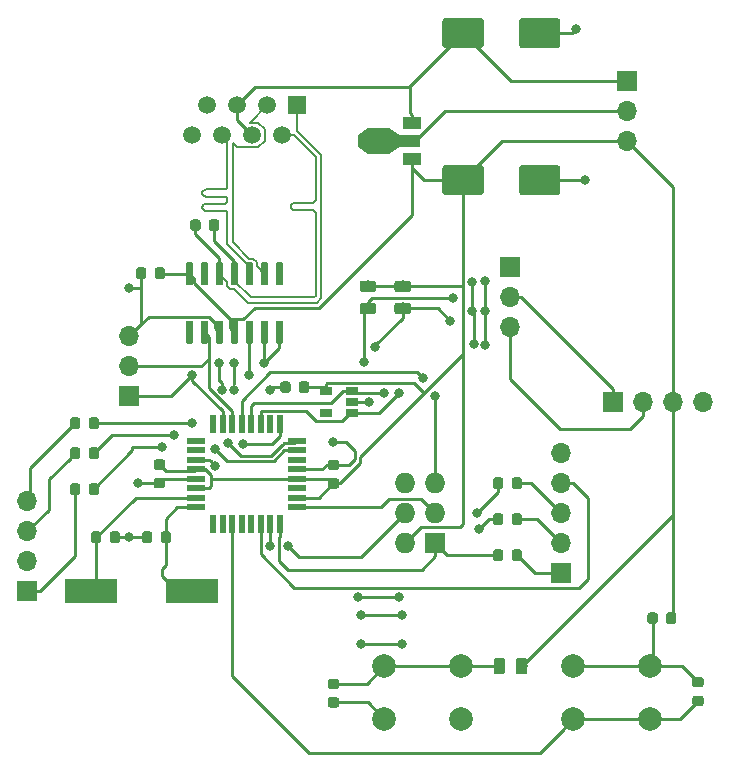
<source format=gbr>
G04 #@! TF.GenerationSoftware,KiCad,Pcbnew,(5.1.2-1)-1*
G04 #@! TF.CreationDate,2019-08-08T23:38:45+01:00*
G04 #@! TF.ProjectId,ACNodeReader_Debug,41434e6f-6465-4526-9561-6465725f4465,rev?*
G04 #@! TF.SameCoordinates,Original*
G04 #@! TF.FileFunction,Copper,L1,Top*
G04 #@! TF.FilePolarity,Positive*
%FSLAX46Y46*%
G04 Gerber Fmt 4.6, Leading zero omitted, Abs format (unit mm)*
G04 Created by KiCad (PCBNEW (5.1.2-1)-1) date 2019-08-08 23:38:45*
%MOMM*%
%LPD*%
G04 APERTURE LIST*
%ADD10C,2.000000*%
%ADD11C,0.100000*%
%ADD12C,0.875000*%
%ADD13R,4.500000X2.000000*%
%ADD14R,1.060000X0.650000*%
%ADD15C,0.600000*%
%ADD16R,0.550000X1.600000*%
%ADD17R,1.600000X0.550000*%
%ADD18C,1.000000*%
%ADD19R,1.840000X2.200000*%
%ADD20R,1.500000X1.000000*%
%ADD21R,1.800000X1.000000*%
%ADD22C,0.850000*%
%ADD23C,0.975000*%
%ADD24O,1.700000X1.700000*%
%ADD25R,1.700000X1.700000*%
%ADD26O,1.727200X1.727200*%
%ADD27R,1.727200X1.727200*%
%ADD28C,1.500000*%
%ADD29R,1.500000X1.500000*%
%ADD30C,2.500000*%
%ADD31C,0.800000*%
%ADD32C,0.250000*%
%ADD33C,0.200000*%
G04 APERTURE END LIST*
D10*
X179474000Y-116840000D03*
X179474000Y-121340000D03*
X172974000Y-116840000D03*
X172974000Y-121340000D03*
D11*
G36*
X181494691Y-112302053D02*
G01*
X181515926Y-112305203D01*
X181536750Y-112310419D01*
X181556962Y-112317651D01*
X181576368Y-112326830D01*
X181594781Y-112337866D01*
X181612024Y-112350654D01*
X181627930Y-112365070D01*
X181642346Y-112380976D01*
X181655134Y-112398219D01*
X181666170Y-112416632D01*
X181675349Y-112436038D01*
X181682581Y-112456250D01*
X181687797Y-112477074D01*
X181690947Y-112498309D01*
X181692000Y-112519750D01*
X181692000Y-113032250D01*
X181690947Y-113053691D01*
X181687797Y-113074926D01*
X181682581Y-113095750D01*
X181675349Y-113115962D01*
X181666170Y-113135368D01*
X181655134Y-113153781D01*
X181642346Y-113171024D01*
X181627930Y-113186930D01*
X181612024Y-113201346D01*
X181594781Y-113214134D01*
X181576368Y-113225170D01*
X181556962Y-113234349D01*
X181536750Y-113241581D01*
X181515926Y-113246797D01*
X181494691Y-113249947D01*
X181473250Y-113251000D01*
X181035750Y-113251000D01*
X181014309Y-113249947D01*
X180993074Y-113246797D01*
X180972250Y-113241581D01*
X180952038Y-113234349D01*
X180932632Y-113225170D01*
X180914219Y-113214134D01*
X180896976Y-113201346D01*
X180881070Y-113186930D01*
X180866654Y-113171024D01*
X180853866Y-113153781D01*
X180842830Y-113135368D01*
X180833651Y-113115962D01*
X180826419Y-113095750D01*
X180821203Y-113074926D01*
X180818053Y-113053691D01*
X180817000Y-113032250D01*
X180817000Y-112519750D01*
X180818053Y-112498309D01*
X180821203Y-112477074D01*
X180826419Y-112456250D01*
X180833651Y-112436038D01*
X180842830Y-112416632D01*
X180853866Y-112398219D01*
X180866654Y-112380976D01*
X180881070Y-112365070D01*
X180896976Y-112350654D01*
X180914219Y-112337866D01*
X180932632Y-112326830D01*
X180952038Y-112317651D01*
X180972250Y-112310419D01*
X180993074Y-112305203D01*
X181014309Y-112302053D01*
X181035750Y-112301000D01*
X181473250Y-112301000D01*
X181494691Y-112302053D01*
X181494691Y-112302053D01*
G37*
D12*
X181254500Y-112776000D03*
D11*
G36*
X179919691Y-112302053D02*
G01*
X179940926Y-112305203D01*
X179961750Y-112310419D01*
X179981962Y-112317651D01*
X180001368Y-112326830D01*
X180019781Y-112337866D01*
X180037024Y-112350654D01*
X180052930Y-112365070D01*
X180067346Y-112380976D01*
X180080134Y-112398219D01*
X180091170Y-112416632D01*
X180100349Y-112436038D01*
X180107581Y-112456250D01*
X180112797Y-112477074D01*
X180115947Y-112498309D01*
X180117000Y-112519750D01*
X180117000Y-113032250D01*
X180115947Y-113053691D01*
X180112797Y-113074926D01*
X180107581Y-113095750D01*
X180100349Y-113115962D01*
X180091170Y-113135368D01*
X180080134Y-113153781D01*
X180067346Y-113171024D01*
X180052930Y-113186930D01*
X180037024Y-113201346D01*
X180019781Y-113214134D01*
X180001368Y-113225170D01*
X179981962Y-113234349D01*
X179961750Y-113241581D01*
X179940926Y-113246797D01*
X179919691Y-113249947D01*
X179898250Y-113251000D01*
X179460750Y-113251000D01*
X179439309Y-113249947D01*
X179418074Y-113246797D01*
X179397250Y-113241581D01*
X179377038Y-113234349D01*
X179357632Y-113225170D01*
X179339219Y-113214134D01*
X179321976Y-113201346D01*
X179306070Y-113186930D01*
X179291654Y-113171024D01*
X179278866Y-113153781D01*
X179267830Y-113135368D01*
X179258651Y-113115962D01*
X179251419Y-113095750D01*
X179246203Y-113074926D01*
X179243053Y-113053691D01*
X179242000Y-113032250D01*
X179242000Y-112519750D01*
X179243053Y-112498309D01*
X179246203Y-112477074D01*
X179251419Y-112456250D01*
X179258651Y-112436038D01*
X179267830Y-112416632D01*
X179278866Y-112398219D01*
X179291654Y-112380976D01*
X179306070Y-112365070D01*
X179321976Y-112350654D01*
X179339219Y-112337866D01*
X179357632Y-112326830D01*
X179377038Y-112317651D01*
X179397250Y-112310419D01*
X179418074Y-112305203D01*
X179439309Y-112302053D01*
X179460750Y-112301000D01*
X179898250Y-112301000D01*
X179919691Y-112302053D01*
X179919691Y-112302053D01*
G37*
D12*
X179679500Y-112776000D03*
D11*
G36*
X183792691Y-117775053D02*
G01*
X183813926Y-117778203D01*
X183834750Y-117783419D01*
X183854962Y-117790651D01*
X183874368Y-117799830D01*
X183892781Y-117810866D01*
X183910024Y-117823654D01*
X183925930Y-117838070D01*
X183940346Y-117853976D01*
X183953134Y-117871219D01*
X183964170Y-117889632D01*
X183973349Y-117909038D01*
X183980581Y-117929250D01*
X183985797Y-117950074D01*
X183988947Y-117971309D01*
X183990000Y-117992750D01*
X183990000Y-118430250D01*
X183988947Y-118451691D01*
X183985797Y-118472926D01*
X183980581Y-118493750D01*
X183973349Y-118513962D01*
X183964170Y-118533368D01*
X183953134Y-118551781D01*
X183940346Y-118569024D01*
X183925930Y-118584930D01*
X183910024Y-118599346D01*
X183892781Y-118612134D01*
X183874368Y-118623170D01*
X183854962Y-118632349D01*
X183834750Y-118639581D01*
X183813926Y-118644797D01*
X183792691Y-118647947D01*
X183771250Y-118649000D01*
X183258750Y-118649000D01*
X183237309Y-118647947D01*
X183216074Y-118644797D01*
X183195250Y-118639581D01*
X183175038Y-118632349D01*
X183155632Y-118623170D01*
X183137219Y-118612134D01*
X183119976Y-118599346D01*
X183104070Y-118584930D01*
X183089654Y-118569024D01*
X183076866Y-118551781D01*
X183065830Y-118533368D01*
X183056651Y-118513962D01*
X183049419Y-118493750D01*
X183044203Y-118472926D01*
X183041053Y-118451691D01*
X183040000Y-118430250D01*
X183040000Y-117992750D01*
X183041053Y-117971309D01*
X183044203Y-117950074D01*
X183049419Y-117929250D01*
X183056651Y-117909038D01*
X183065830Y-117889632D01*
X183076866Y-117871219D01*
X183089654Y-117853976D01*
X183104070Y-117838070D01*
X183119976Y-117823654D01*
X183137219Y-117810866D01*
X183155632Y-117799830D01*
X183175038Y-117790651D01*
X183195250Y-117783419D01*
X183216074Y-117778203D01*
X183237309Y-117775053D01*
X183258750Y-117774000D01*
X183771250Y-117774000D01*
X183792691Y-117775053D01*
X183792691Y-117775053D01*
G37*
D12*
X183515000Y-118211500D03*
D11*
G36*
X183792691Y-119350053D02*
G01*
X183813926Y-119353203D01*
X183834750Y-119358419D01*
X183854962Y-119365651D01*
X183874368Y-119374830D01*
X183892781Y-119385866D01*
X183910024Y-119398654D01*
X183925930Y-119413070D01*
X183940346Y-119428976D01*
X183953134Y-119446219D01*
X183964170Y-119464632D01*
X183973349Y-119484038D01*
X183980581Y-119504250D01*
X183985797Y-119525074D01*
X183988947Y-119546309D01*
X183990000Y-119567750D01*
X183990000Y-120005250D01*
X183988947Y-120026691D01*
X183985797Y-120047926D01*
X183980581Y-120068750D01*
X183973349Y-120088962D01*
X183964170Y-120108368D01*
X183953134Y-120126781D01*
X183940346Y-120144024D01*
X183925930Y-120159930D01*
X183910024Y-120174346D01*
X183892781Y-120187134D01*
X183874368Y-120198170D01*
X183854962Y-120207349D01*
X183834750Y-120214581D01*
X183813926Y-120219797D01*
X183792691Y-120222947D01*
X183771250Y-120224000D01*
X183258750Y-120224000D01*
X183237309Y-120222947D01*
X183216074Y-120219797D01*
X183195250Y-120214581D01*
X183175038Y-120207349D01*
X183155632Y-120198170D01*
X183137219Y-120187134D01*
X183119976Y-120174346D01*
X183104070Y-120159930D01*
X183089654Y-120144024D01*
X183076866Y-120126781D01*
X183065830Y-120108368D01*
X183056651Y-120088962D01*
X183049419Y-120068750D01*
X183044203Y-120047926D01*
X183041053Y-120026691D01*
X183040000Y-120005250D01*
X183040000Y-119567750D01*
X183041053Y-119546309D01*
X183044203Y-119525074D01*
X183049419Y-119504250D01*
X183056651Y-119484038D01*
X183065830Y-119464632D01*
X183076866Y-119446219D01*
X183089654Y-119428976D01*
X183104070Y-119413070D01*
X183119976Y-119398654D01*
X183137219Y-119385866D01*
X183155632Y-119374830D01*
X183175038Y-119365651D01*
X183195250Y-119358419D01*
X183216074Y-119353203D01*
X183237309Y-119350053D01*
X183258750Y-119349000D01*
X183771250Y-119349000D01*
X183792691Y-119350053D01*
X183792691Y-119350053D01*
G37*
D12*
X183515000Y-119786500D03*
D11*
G36*
X166838691Y-106968053D02*
G01*
X166859926Y-106971203D01*
X166880750Y-106976419D01*
X166900962Y-106983651D01*
X166920368Y-106992830D01*
X166938781Y-107003866D01*
X166956024Y-107016654D01*
X166971930Y-107031070D01*
X166986346Y-107046976D01*
X166999134Y-107064219D01*
X167010170Y-107082632D01*
X167019349Y-107102038D01*
X167026581Y-107122250D01*
X167031797Y-107143074D01*
X167034947Y-107164309D01*
X167036000Y-107185750D01*
X167036000Y-107698250D01*
X167034947Y-107719691D01*
X167031797Y-107740926D01*
X167026581Y-107761750D01*
X167019349Y-107781962D01*
X167010170Y-107801368D01*
X166999134Y-107819781D01*
X166986346Y-107837024D01*
X166971930Y-107852930D01*
X166956024Y-107867346D01*
X166938781Y-107880134D01*
X166920368Y-107891170D01*
X166900962Y-107900349D01*
X166880750Y-107907581D01*
X166859926Y-107912797D01*
X166838691Y-107915947D01*
X166817250Y-107917000D01*
X166379750Y-107917000D01*
X166358309Y-107915947D01*
X166337074Y-107912797D01*
X166316250Y-107907581D01*
X166296038Y-107900349D01*
X166276632Y-107891170D01*
X166258219Y-107880134D01*
X166240976Y-107867346D01*
X166225070Y-107852930D01*
X166210654Y-107837024D01*
X166197866Y-107819781D01*
X166186830Y-107801368D01*
X166177651Y-107781962D01*
X166170419Y-107761750D01*
X166165203Y-107740926D01*
X166162053Y-107719691D01*
X166161000Y-107698250D01*
X166161000Y-107185750D01*
X166162053Y-107164309D01*
X166165203Y-107143074D01*
X166170419Y-107122250D01*
X166177651Y-107102038D01*
X166186830Y-107082632D01*
X166197866Y-107064219D01*
X166210654Y-107046976D01*
X166225070Y-107031070D01*
X166240976Y-107016654D01*
X166258219Y-107003866D01*
X166276632Y-106992830D01*
X166296038Y-106983651D01*
X166316250Y-106976419D01*
X166337074Y-106971203D01*
X166358309Y-106968053D01*
X166379750Y-106967000D01*
X166817250Y-106967000D01*
X166838691Y-106968053D01*
X166838691Y-106968053D01*
G37*
D12*
X166598500Y-107442000D03*
D11*
G36*
X168413691Y-106968053D02*
G01*
X168434926Y-106971203D01*
X168455750Y-106976419D01*
X168475962Y-106983651D01*
X168495368Y-106992830D01*
X168513781Y-107003866D01*
X168531024Y-107016654D01*
X168546930Y-107031070D01*
X168561346Y-107046976D01*
X168574134Y-107064219D01*
X168585170Y-107082632D01*
X168594349Y-107102038D01*
X168601581Y-107122250D01*
X168606797Y-107143074D01*
X168609947Y-107164309D01*
X168611000Y-107185750D01*
X168611000Y-107698250D01*
X168609947Y-107719691D01*
X168606797Y-107740926D01*
X168601581Y-107761750D01*
X168594349Y-107781962D01*
X168585170Y-107801368D01*
X168574134Y-107819781D01*
X168561346Y-107837024D01*
X168546930Y-107852930D01*
X168531024Y-107867346D01*
X168513781Y-107880134D01*
X168495368Y-107891170D01*
X168475962Y-107900349D01*
X168455750Y-107907581D01*
X168434926Y-107912797D01*
X168413691Y-107915947D01*
X168392250Y-107917000D01*
X167954750Y-107917000D01*
X167933309Y-107915947D01*
X167912074Y-107912797D01*
X167891250Y-107907581D01*
X167871038Y-107900349D01*
X167851632Y-107891170D01*
X167833219Y-107880134D01*
X167815976Y-107867346D01*
X167800070Y-107852930D01*
X167785654Y-107837024D01*
X167772866Y-107819781D01*
X167761830Y-107801368D01*
X167752651Y-107781962D01*
X167745419Y-107761750D01*
X167740203Y-107740926D01*
X167737053Y-107719691D01*
X167736000Y-107698250D01*
X167736000Y-107185750D01*
X167737053Y-107164309D01*
X167740203Y-107143074D01*
X167745419Y-107122250D01*
X167752651Y-107102038D01*
X167761830Y-107082632D01*
X167772866Y-107064219D01*
X167785654Y-107046976D01*
X167800070Y-107031070D01*
X167815976Y-107016654D01*
X167833219Y-107003866D01*
X167851632Y-106992830D01*
X167871038Y-106983651D01*
X167891250Y-106976419D01*
X167912074Y-106971203D01*
X167933309Y-106968053D01*
X167954750Y-106967000D01*
X168392250Y-106967000D01*
X168413691Y-106968053D01*
X168413691Y-106968053D01*
G37*
D12*
X168173500Y-107442000D03*
D11*
G36*
X166838691Y-103920053D02*
G01*
X166859926Y-103923203D01*
X166880750Y-103928419D01*
X166900962Y-103935651D01*
X166920368Y-103944830D01*
X166938781Y-103955866D01*
X166956024Y-103968654D01*
X166971930Y-103983070D01*
X166986346Y-103998976D01*
X166999134Y-104016219D01*
X167010170Y-104034632D01*
X167019349Y-104054038D01*
X167026581Y-104074250D01*
X167031797Y-104095074D01*
X167034947Y-104116309D01*
X167036000Y-104137750D01*
X167036000Y-104650250D01*
X167034947Y-104671691D01*
X167031797Y-104692926D01*
X167026581Y-104713750D01*
X167019349Y-104733962D01*
X167010170Y-104753368D01*
X166999134Y-104771781D01*
X166986346Y-104789024D01*
X166971930Y-104804930D01*
X166956024Y-104819346D01*
X166938781Y-104832134D01*
X166920368Y-104843170D01*
X166900962Y-104852349D01*
X166880750Y-104859581D01*
X166859926Y-104864797D01*
X166838691Y-104867947D01*
X166817250Y-104869000D01*
X166379750Y-104869000D01*
X166358309Y-104867947D01*
X166337074Y-104864797D01*
X166316250Y-104859581D01*
X166296038Y-104852349D01*
X166276632Y-104843170D01*
X166258219Y-104832134D01*
X166240976Y-104819346D01*
X166225070Y-104804930D01*
X166210654Y-104789024D01*
X166197866Y-104771781D01*
X166186830Y-104753368D01*
X166177651Y-104733962D01*
X166170419Y-104713750D01*
X166165203Y-104692926D01*
X166162053Y-104671691D01*
X166161000Y-104650250D01*
X166161000Y-104137750D01*
X166162053Y-104116309D01*
X166165203Y-104095074D01*
X166170419Y-104074250D01*
X166177651Y-104054038D01*
X166186830Y-104034632D01*
X166197866Y-104016219D01*
X166210654Y-103998976D01*
X166225070Y-103983070D01*
X166240976Y-103968654D01*
X166258219Y-103955866D01*
X166276632Y-103944830D01*
X166296038Y-103935651D01*
X166316250Y-103928419D01*
X166337074Y-103923203D01*
X166358309Y-103920053D01*
X166379750Y-103919000D01*
X166817250Y-103919000D01*
X166838691Y-103920053D01*
X166838691Y-103920053D01*
G37*
D12*
X166598500Y-104394000D03*
D11*
G36*
X168413691Y-103920053D02*
G01*
X168434926Y-103923203D01*
X168455750Y-103928419D01*
X168475962Y-103935651D01*
X168495368Y-103944830D01*
X168513781Y-103955866D01*
X168531024Y-103968654D01*
X168546930Y-103983070D01*
X168561346Y-103998976D01*
X168574134Y-104016219D01*
X168585170Y-104034632D01*
X168594349Y-104054038D01*
X168601581Y-104074250D01*
X168606797Y-104095074D01*
X168609947Y-104116309D01*
X168611000Y-104137750D01*
X168611000Y-104650250D01*
X168609947Y-104671691D01*
X168606797Y-104692926D01*
X168601581Y-104713750D01*
X168594349Y-104733962D01*
X168585170Y-104753368D01*
X168574134Y-104771781D01*
X168561346Y-104789024D01*
X168546930Y-104804930D01*
X168531024Y-104819346D01*
X168513781Y-104832134D01*
X168495368Y-104843170D01*
X168475962Y-104852349D01*
X168455750Y-104859581D01*
X168434926Y-104864797D01*
X168413691Y-104867947D01*
X168392250Y-104869000D01*
X167954750Y-104869000D01*
X167933309Y-104867947D01*
X167912074Y-104864797D01*
X167891250Y-104859581D01*
X167871038Y-104852349D01*
X167851632Y-104843170D01*
X167833219Y-104832134D01*
X167815976Y-104819346D01*
X167800070Y-104804930D01*
X167785654Y-104789024D01*
X167772866Y-104771781D01*
X167761830Y-104753368D01*
X167752651Y-104733962D01*
X167745419Y-104713750D01*
X167740203Y-104692926D01*
X167737053Y-104671691D01*
X167736000Y-104650250D01*
X167736000Y-104137750D01*
X167737053Y-104116309D01*
X167740203Y-104095074D01*
X167745419Y-104074250D01*
X167752651Y-104054038D01*
X167761830Y-104034632D01*
X167772866Y-104016219D01*
X167785654Y-103998976D01*
X167800070Y-103983070D01*
X167815976Y-103968654D01*
X167833219Y-103955866D01*
X167851632Y-103944830D01*
X167871038Y-103935651D01*
X167891250Y-103928419D01*
X167912074Y-103923203D01*
X167933309Y-103920053D01*
X167954750Y-103919000D01*
X168392250Y-103919000D01*
X168413691Y-103920053D01*
X168413691Y-103920053D01*
G37*
D12*
X168173500Y-104394000D03*
D11*
G36*
X166838691Y-100872053D02*
G01*
X166859926Y-100875203D01*
X166880750Y-100880419D01*
X166900962Y-100887651D01*
X166920368Y-100896830D01*
X166938781Y-100907866D01*
X166956024Y-100920654D01*
X166971930Y-100935070D01*
X166986346Y-100950976D01*
X166999134Y-100968219D01*
X167010170Y-100986632D01*
X167019349Y-101006038D01*
X167026581Y-101026250D01*
X167031797Y-101047074D01*
X167034947Y-101068309D01*
X167036000Y-101089750D01*
X167036000Y-101602250D01*
X167034947Y-101623691D01*
X167031797Y-101644926D01*
X167026581Y-101665750D01*
X167019349Y-101685962D01*
X167010170Y-101705368D01*
X166999134Y-101723781D01*
X166986346Y-101741024D01*
X166971930Y-101756930D01*
X166956024Y-101771346D01*
X166938781Y-101784134D01*
X166920368Y-101795170D01*
X166900962Y-101804349D01*
X166880750Y-101811581D01*
X166859926Y-101816797D01*
X166838691Y-101819947D01*
X166817250Y-101821000D01*
X166379750Y-101821000D01*
X166358309Y-101819947D01*
X166337074Y-101816797D01*
X166316250Y-101811581D01*
X166296038Y-101804349D01*
X166276632Y-101795170D01*
X166258219Y-101784134D01*
X166240976Y-101771346D01*
X166225070Y-101756930D01*
X166210654Y-101741024D01*
X166197866Y-101723781D01*
X166186830Y-101705368D01*
X166177651Y-101685962D01*
X166170419Y-101665750D01*
X166165203Y-101644926D01*
X166162053Y-101623691D01*
X166161000Y-101602250D01*
X166161000Y-101089750D01*
X166162053Y-101068309D01*
X166165203Y-101047074D01*
X166170419Y-101026250D01*
X166177651Y-101006038D01*
X166186830Y-100986632D01*
X166197866Y-100968219D01*
X166210654Y-100950976D01*
X166225070Y-100935070D01*
X166240976Y-100920654D01*
X166258219Y-100907866D01*
X166276632Y-100896830D01*
X166296038Y-100887651D01*
X166316250Y-100880419D01*
X166337074Y-100875203D01*
X166358309Y-100872053D01*
X166379750Y-100871000D01*
X166817250Y-100871000D01*
X166838691Y-100872053D01*
X166838691Y-100872053D01*
G37*
D12*
X166598500Y-101346000D03*
D11*
G36*
X168413691Y-100872053D02*
G01*
X168434926Y-100875203D01*
X168455750Y-100880419D01*
X168475962Y-100887651D01*
X168495368Y-100896830D01*
X168513781Y-100907866D01*
X168531024Y-100920654D01*
X168546930Y-100935070D01*
X168561346Y-100950976D01*
X168574134Y-100968219D01*
X168585170Y-100986632D01*
X168594349Y-101006038D01*
X168601581Y-101026250D01*
X168606797Y-101047074D01*
X168609947Y-101068309D01*
X168611000Y-101089750D01*
X168611000Y-101602250D01*
X168609947Y-101623691D01*
X168606797Y-101644926D01*
X168601581Y-101665750D01*
X168594349Y-101685962D01*
X168585170Y-101705368D01*
X168574134Y-101723781D01*
X168561346Y-101741024D01*
X168546930Y-101756930D01*
X168531024Y-101771346D01*
X168513781Y-101784134D01*
X168495368Y-101795170D01*
X168475962Y-101804349D01*
X168455750Y-101811581D01*
X168434926Y-101816797D01*
X168413691Y-101819947D01*
X168392250Y-101821000D01*
X167954750Y-101821000D01*
X167933309Y-101819947D01*
X167912074Y-101816797D01*
X167891250Y-101811581D01*
X167871038Y-101804349D01*
X167851632Y-101795170D01*
X167833219Y-101784134D01*
X167815976Y-101771346D01*
X167800070Y-101756930D01*
X167785654Y-101741024D01*
X167772866Y-101723781D01*
X167761830Y-101705368D01*
X167752651Y-101685962D01*
X167745419Y-101665750D01*
X167740203Y-101644926D01*
X167737053Y-101623691D01*
X167736000Y-101602250D01*
X167736000Y-101089750D01*
X167737053Y-101068309D01*
X167740203Y-101047074D01*
X167745419Y-101026250D01*
X167752651Y-101006038D01*
X167761830Y-100986632D01*
X167772866Y-100968219D01*
X167785654Y-100950976D01*
X167800070Y-100935070D01*
X167815976Y-100920654D01*
X167833219Y-100907866D01*
X167851632Y-100896830D01*
X167871038Y-100887651D01*
X167891250Y-100880419D01*
X167912074Y-100875203D01*
X167933309Y-100872053D01*
X167954750Y-100871000D01*
X168392250Y-100871000D01*
X168413691Y-100872053D01*
X168413691Y-100872053D01*
G37*
D12*
X168173500Y-101346000D03*
D11*
G36*
X132599691Y-95792053D02*
G01*
X132620926Y-95795203D01*
X132641750Y-95800419D01*
X132661962Y-95807651D01*
X132681368Y-95816830D01*
X132699781Y-95827866D01*
X132717024Y-95840654D01*
X132732930Y-95855070D01*
X132747346Y-95870976D01*
X132760134Y-95888219D01*
X132771170Y-95906632D01*
X132780349Y-95926038D01*
X132787581Y-95946250D01*
X132792797Y-95967074D01*
X132795947Y-95988309D01*
X132797000Y-96009750D01*
X132797000Y-96522250D01*
X132795947Y-96543691D01*
X132792797Y-96564926D01*
X132787581Y-96585750D01*
X132780349Y-96605962D01*
X132771170Y-96625368D01*
X132760134Y-96643781D01*
X132747346Y-96661024D01*
X132732930Y-96676930D01*
X132717024Y-96691346D01*
X132699781Y-96704134D01*
X132681368Y-96715170D01*
X132661962Y-96724349D01*
X132641750Y-96731581D01*
X132620926Y-96736797D01*
X132599691Y-96739947D01*
X132578250Y-96741000D01*
X132140750Y-96741000D01*
X132119309Y-96739947D01*
X132098074Y-96736797D01*
X132077250Y-96731581D01*
X132057038Y-96724349D01*
X132037632Y-96715170D01*
X132019219Y-96704134D01*
X132001976Y-96691346D01*
X131986070Y-96676930D01*
X131971654Y-96661024D01*
X131958866Y-96643781D01*
X131947830Y-96625368D01*
X131938651Y-96605962D01*
X131931419Y-96585750D01*
X131926203Y-96564926D01*
X131923053Y-96543691D01*
X131922000Y-96522250D01*
X131922000Y-96009750D01*
X131923053Y-95988309D01*
X131926203Y-95967074D01*
X131931419Y-95946250D01*
X131938651Y-95926038D01*
X131947830Y-95906632D01*
X131958866Y-95888219D01*
X131971654Y-95870976D01*
X131986070Y-95855070D01*
X132001976Y-95840654D01*
X132019219Y-95827866D01*
X132037632Y-95816830D01*
X132057038Y-95807651D01*
X132077250Y-95800419D01*
X132098074Y-95795203D01*
X132119309Y-95792053D01*
X132140750Y-95791000D01*
X132578250Y-95791000D01*
X132599691Y-95792053D01*
X132599691Y-95792053D01*
G37*
D12*
X132359500Y-96266000D03*
D11*
G36*
X131024691Y-95792053D02*
G01*
X131045926Y-95795203D01*
X131066750Y-95800419D01*
X131086962Y-95807651D01*
X131106368Y-95816830D01*
X131124781Y-95827866D01*
X131142024Y-95840654D01*
X131157930Y-95855070D01*
X131172346Y-95870976D01*
X131185134Y-95888219D01*
X131196170Y-95906632D01*
X131205349Y-95926038D01*
X131212581Y-95946250D01*
X131217797Y-95967074D01*
X131220947Y-95988309D01*
X131222000Y-96009750D01*
X131222000Y-96522250D01*
X131220947Y-96543691D01*
X131217797Y-96564926D01*
X131212581Y-96585750D01*
X131205349Y-96605962D01*
X131196170Y-96625368D01*
X131185134Y-96643781D01*
X131172346Y-96661024D01*
X131157930Y-96676930D01*
X131142024Y-96691346D01*
X131124781Y-96704134D01*
X131106368Y-96715170D01*
X131086962Y-96724349D01*
X131066750Y-96731581D01*
X131045926Y-96736797D01*
X131024691Y-96739947D01*
X131003250Y-96741000D01*
X130565750Y-96741000D01*
X130544309Y-96739947D01*
X130523074Y-96736797D01*
X130502250Y-96731581D01*
X130482038Y-96724349D01*
X130462632Y-96715170D01*
X130444219Y-96704134D01*
X130426976Y-96691346D01*
X130411070Y-96676930D01*
X130396654Y-96661024D01*
X130383866Y-96643781D01*
X130372830Y-96625368D01*
X130363651Y-96605962D01*
X130356419Y-96585750D01*
X130351203Y-96564926D01*
X130348053Y-96543691D01*
X130347000Y-96522250D01*
X130347000Y-96009750D01*
X130348053Y-95988309D01*
X130351203Y-95967074D01*
X130356419Y-95946250D01*
X130363651Y-95926038D01*
X130372830Y-95906632D01*
X130383866Y-95888219D01*
X130396654Y-95870976D01*
X130411070Y-95855070D01*
X130426976Y-95840654D01*
X130444219Y-95827866D01*
X130462632Y-95816830D01*
X130482038Y-95807651D01*
X130502250Y-95800419D01*
X130523074Y-95795203D01*
X130544309Y-95792053D01*
X130565750Y-95791000D01*
X131003250Y-95791000D01*
X131024691Y-95792053D01*
X131024691Y-95792053D01*
G37*
D12*
X130784500Y-96266000D03*
D11*
G36*
X132599691Y-98332053D02*
G01*
X132620926Y-98335203D01*
X132641750Y-98340419D01*
X132661962Y-98347651D01*
X132681368Y-98356830D01*
X132699781Y-98367866D01*
X132717024Y-98380654D01*
X132732930Y-98395070D01*
X132747346Y-98410976D01*
X132760134Y-98428219D01*
X132771170Y-98446632D01*
X132780349Y-98466038D01*
X132787581Y-98486250D01*
X132792797Y-98507074D01*
X132795947Y-98528309D01*
X132797000Y-98549750D01*
X132797000Y-99062250D01*
X132795947Y-99083691D01*
X132792797Y-99104926D01*
X132787581Y-99125750D01*
X132780349Y-99145962D01*
X132771170Y-99165368D01*
X132760134Y-99183781D01*
X132747346Y-99201024D01*
X132732930Y-99216930D01*
X132717024Y-99231346D01*
X132699781Y-99244134D01*
X132681368Y-99255170D01*
X132661962Y-99264349D01*
X132641750Y-99271581D01*
X132620926Y-99276797D01*
X132599691Y-99279947D01*
X132578250Y-99281000D01*
X132140750Y-99281000D01*
X132119309Y-99279947D01*
X132098074Y-99276797D01*
X132077250Y-99271581D01*
X132057038Y-99264349D01*
X132037632Y-99255170D01*
X132019219Y-99244134D01*
X132001976Y-99231346D01*
X131986070Y-99216930D01*
X131971654Y-99201024D01*
X131958866Y-99183781D01*
X131947830Y-99165368D01*
X131938651Y-99145962D01*
X131931419Y-99125750D01*
X131926203Y-99104926D01*
X131923053Y-99083691D01*
X131922000Y-99062250D01*
X131922000Y-98549750D01*
X131923053Y-98528309D01*
X131926203Y-98507074D01*
X131931419Y-98486250D01*
X131938651Y-98466038D01*
X131947830Y-98446632D01*
X131958866Y-98428219D01*
X131971654Y-98410976D01*
X131986070Y-98395070D01*
X132001976Y-98380654D01*
X132019219Y-98367866D01*
X132037632Y-98356830D01*
X132057038Y-98347651D01*
X132077250Y-98340419D01*
X132098074Y-98335203D01*
X132119309Y-98332053D01*
X132140750Y-98331000D01*
X132578250Y-98331000D01*
X132599691Y-98332053D01*
X132599691Y-98332053D01*
G37*
D12*
X132359500Y-98806000D03*
D11*
G36*
X131024691Y-98332053D02*
G01*
X131045926Y-98335203D01*
X131066750Y-98340419D01*
X131086962Y-98347651D01*
X131106368Y-98356830D01*
X131124781Y-98367866D01*
X131142024Y-98380654D01*
X131157930Y-98395070D01*
X131172346Y-98410976D01*
X131185134Y-98428219D01*
X131196170Y-98446632D01*
X131205349Y-98466038D01*
X131212581Y-98486250D01*
X131217797Y-98507074D01*
X131220947Y-98528309D01*
X131222000Y-98549750D01*
X131222000Y-99062250D01*
X131220947Y-99083691D01*
X131217797Y-99104926D01*
X131212581Y-99125750D01*
X131205349Y-99145962D01*
X131196170Y-99165368D01*
X131185134Y-99183781D01*
X131172346Y-99201024D01*
X131157930Y-99216930D01*
X131142024Y-99231346D01*
X131124781Y-99244134D01*
X131106368Y-99255170D01*
X131086962Y-99264349D01*
X131066750Y-99271581D01*
X131045926Y-99276797D01*
X131024691Y-99279947D01*
X131003250Y-99281000D01*
X130565750Y-99281000D01*
X130544309Y-99279947D01*
X130523074Y-99276797D01*
X130502250Y-99271581D01*
X130482038Y-99264349D01*
X130462632Y-99255170D01*
X130444219Y-99244134D01*
X130426976Y-99231346D01*
X130411070Y-99216930D01*
X130396654Y-99201024D01*
X130383866Y-99183781D01*
X130372830Y-99165368D01*
X130363651Y-99145962D01*
X130356419Y-99125750D01*
X130351203Y-99104926D01*
X130348053Y-99083691D01*
X130347000Y-99062250D01*
X130347000Y-98549750D01*
X130348053Y-98528309D01*
X130351203Y-98507074D01*
X130356419Y-98486250D01*
X130363651Y-98466038D01*
X130372830Y-98446632D01*
X130383866Y-98428219D01*
X130396654Y-98410976D01*
X130411070Y-98395070D01*
X130426976Y-98380654D01*
X130444219Y-98367866D01*
X130462632Y-98356830D01*
X130482038Y-98347651D01*
X130502250Y-98340419D01*
X130523074Y-98335203D01*
X130544309Y-98332053D01*
X130565750Y-98331000D01*
X131003250Y-98331000D01*
X131024691Y-98332053D01*
X131024691Y-98332053D01*
G37*
D12*
X130784500Y-98806000D03*
D11*
G36*
X132599691Y-101380053D02*
G01*
X132620926Y-101383203D01*
X132641750Y-101388419D01*
X132661962Y-101395651D01*
X132681368Y-101404830D01*
X132699781Y-101415866D01*
X132717024Y-101428654D01*
X132732930Y-101443070D01*
X132747346Y-101458976D01*
X132760134Y-101476219D01*
X132771170Y-101494632D01*
X132780349Y-101514038D01*
X132787581Y-101534250D01*
X132792797Y-101555074D01*
X132795947Y-101576309D01*
X132797000Y-101597750D01*
X132797000Y-102110250D01*
X132795947Y-102131691D01*
X132792797Y-102152926D01*
X132787581Y-102173750D01*
X132780349Y-102193962D01*
X132771170Y-102213368D01*
X132760134Y-102231781D01*
X132747346Y-102249024D01*
X132732930Y-102264930D01*
X132717024Y-102279346D01*
X132699781Y-102292134D01*
X132681368Y-102303170D01*
X132661962Y-102312349D01*
X132641750Y-102319581D01*
X132620926Y-102324797D01*
X132599691Y-102327947D01*
X132578250Y-102329000D01*
X132140750Y-102329000D01*
X132119309Y-102327947D01*
X132098074Y-102324797D01*
X132077250Y-102319581D01*
X132057038Y-102312349D01*
X132037632Y-102303170D01*
X132019219Y-102292134D01*
X132001976Y-102279346D01*
X131986070Y-102264930D01*
X131971654Y-102249024D01*
X131958866Y-102231781D01*
X131947830Y-102213368D01*
X131938651Y-102193962D01*
X131931419Y-102173750D01*
X131926203Y-102152926D01*
X131923053Y-102131691D01*
X131922000Y-102110250D01*
X131922000Y-101597750D01*
X131923053Y-101576309D01*
X131926203Y-101555074D01*
X131931419Y-101534250D01*
X131938651Y-101514038D01*
X131947830Y-101494632D01*
X131958866Y-101476219D01*
X131971654Y-101458976D01*
X131986070Y-101443070D01*
X132001976Y-101428654D01*
X132019219Y-101415866D01*
X132037632Y-101404830D01*
X132057038Y-101395651D01*
X132077250Y-101388419D01*
X132098074Y-101383203D01*
X132119309Y-101380053D01*
X132140750Y-101379000D01*
X132578250Y-101379000D01*
X132599691Y-101380053D01*
X132599691Y-101380053D01*
G37*
D12*
X132359500Y-101854000D03*
D11*
G36*
X131024691Y-101380053D02*
G01*
X131045926Y-101383203D01*
X131066750Y-101388419D01*
X131086962Y-101395651D01*
X131106368Y-101404830D01*
X131124781Y-101415866D01*
X131142024Y-101428654D01*
X131157930Y-101443070D01*
X131172346Y-101458976D01*
X131185134Y-101476219D01*
X131196170Y-101494632D01*
X131205349Y-101514038D01*
X131212581Y-101534250D01*
X131217797Y-101555074D01*
X131220947Y-101576309D01*
X131222000Y-101597750D01*
X131222000Y-102110250D01*
X131220947Y-102131691D01*
X131217797Y-102152926D01*
X131212581Y-102173750D01*
X131205349Y-102193962D01*
X131196170Y-102213368D01*
X131185134Y-102231781D01*
X131172346Y-102249024D01*
X131157930Y-102264930D01*
X131142024Y-102279346D01*
X131124781Y-102292134D01*
X131106368Y-102303170D01*
X131086962Y-102312349D01*
X131066750Y-102319581D01*
X131045926Y-102324797D01*
X131024691Y-102327947D01*
X131003250Y-102329000D01*
X130565750Y-102329000D01*
X130544309Y-102327947D01*
X130523074Y-102324797D01*
X130502250Y-102319581D01*
X130482038Y-102312349D01*
X130462632Y-102303170D01*
X130444219Y-102292134D01*
X130426976Y-102279346D01*
X130411070Y-102264930D01*
X130396654Y-102249024D01*
X130383866Y-102231781D01*
X130372830Y-102213368D01*
X130363651Y-102193962D01*
X130356419Y-102173750D01*
X130351203Y-102152926D01*
X130348053Y-102131691D01*
X130347000Y-102110250D01*
X130347000Y-101597750D01*
X130348053Y-101576309D01*
X130351203Y-101555074D01*
X130356419Y-101534250D01*
X130363651Y-101514038D01*
X130372830Y-101494632D01*
X130383866Y-101476219D01*
X130396654Y-101458976D01*
X130411070Y-101443070D01*
X130426976Y-101428654D01*
X130444219Y-101415866D01*
X130462632Y-101404830D01*
X130482038Y-101395651D01*
X130502250Y-101388419D01*
X130523074Y-101383203D01*
X130544309Y-101380053D01*
X130565750Y-101379000D01*
X131003250Y-101379000D01*
X131024691Y-101380053D01*
X131024691Y-101380053D01*
G37*
D12*
X130784500Y-101854000D03*
D13*
X132148000Y-110490000D03*
X140648000Y-110490000D03*
D14*
X152062000Y-95438000D03*
X152062000Y-93538000D03*
X154262000Y-93538000D03*
X154262000Y-94488000D03*
X154262000Y-95438000D03*
D11*
G36*
X140626703Y-82656722D02*
G01*
X140641264Y-82658882D01*
X140655543Y-82662459D01*
X140669403Y-82667418D01*
X140682710Y-82673712D01*
X140695336Y-82681280D01*
X140707159Y-82690048D01*
X140718066Y-82699934D01*
X140727952Y-82710841D01*
X140736720Y-82722664D01*
X140744288Y-82735290D01*
X140750582Y-82748597D01*
X140755541Y-82762457D01*
X140759118Y-82776736D01*
X140761278Y-82791297D01*
X140762000Y-82806000D01*
X140762000Y-84456000D01*
X140761278Y-84470703D01*
X140759118Y-84485264D01*
X140755541Y-84499543D01*
X140750582Y-84513403D01*
X140744288Y-84526710D01*
X140736720Y-84539336D01*
X140727952Y-84551159D01*
X140718066Y-84562066D01*
X140707159Y-84571952D01*
X140695336Y-84580720D01*
X140682710Y-84588288D01*
X140669403Y-84594582D01*
X140655543Y-84599541D01*
X140641264Y-84603118D01*
X140626703Y-84605278D01*
X140612000Y-84606000D01*
X140312000Y-84606000D01*
X140297297Y-84605278D01*
X140282736Y-84603118D01*
X140268457Y-84599541D01*
X140254597Y-84594582D01*
X140241290Y-84588288D01*
X140228664Y-84580720D01*
X140216841Y-84571952D01*
X140205934Y-84562066D01*
X140196048Y-84551159D01*
X140187280Y-84539336D01*
X140179712Y-84526710D01*
X140173418Y-84513403D01*
X140168459Y-84499543D01*
X140164882Y-84485264D01*
X140162722Y-84470703D01*
X140162000Y-84456000D01*
X140162000Y-82806000D01*
X140162722Y-82791297D01*
X140164882Y-82776736D01*
X140168459Y-82762457D01*
X140173418Y-82748597D01*
X140179712Y-82735290D01*
X140187280Y-82722664D01*
X140196048Y-82710841D01*
X140205934Y-82699934D01*
X140216841Y-82690048D01*
X140228664Y-82681280D01*
X140241290Y-82673712D01*
X140254597Y-82667418D01*
X140268457Y-82662459D01*
X140282736Y-82658882D01*
X140297297Y-82656722D01*
X140312000Y-82656000D01*
X140612000Y-82656000D01*
X140626703Y-82656722D01*
X140626703Y-82656722D01*
G37*
D15*
X140462000Y-83631000D03*
D11*
G36*
X141896703Y-82656722D02*
G01*
X141911264Y-82658882D01*
X141925543Y-82662459D01*
X141939403Y-82667418D01*
X141952710Y-82673712D01*
X141965336Y-82681280D01*
X141977159Y-82690048D01*
X141988066Y-82699934D01*
X141997952Y-82710841D01*
X142006720Y-82722664D01*
X142014288Y-82735290D01*
X142020582Y-82748597D01*
X142025541Y-82762457D01*
X142029118Y-82776736D01*
X142031278Y-82791297D01*
X142032000Y-82806000D01*
X142032000Y-84456000D01*
X142031278Y-84470703D01*
X142029118Y-84485264D01*
X142025541Y-84499543D01*
X142020582Y-84513403D01*
X142014288Y-84526710D01*
X142006720Y-84539336D01*
X141997952Y-84551159D01*
X141988066Y-84562066D01*
X141977159Y-84571952D01*
X141965336Y-84580720D01*
X141952710Y-84588288D01*
X141939403Y-84594582D01*
X141925543Y-84599541D01*
X141911264Y-84603118D01*
X141896703Y-84605278D01*
X141882000Y-84606000D01*
X141582000Y-84606000D01*
X141567297Y-84605278D01*
X141552736Y-84603118D01*
X141538457Y-84599541D01*
X141524597Y-84594582D01*
X141511290Y-84588288D01*
X141498664Y-84580720D01*
X141486841Y-84571952D01*
X141475934Y-84562066D01*
X141466048Y-84551159D01*
X141457280Y-84539336D01*
X141449712Y-84526710D01*
X141443418Y-84513403D01*
X141438459Y-84499543D01*
X141434882Y-84485264D01*
X141432722Y-84470703D01*
X141432000Y-84456000D01*
X141432000Y-82806000D01*
X141432722Y-82791297D01*
X141434882Y-82776736D01*
X141438459Y-82762457D01*
X141443418Y-82748597D01*
X141449712Y-82735290D01*
X141457280Y-82722664D01*
X141466048Y-82710841D01*
X141475934Y-82699934D01*
X141486841Y-82690048D01*
X141498664Y-82681280D01*
X141511290Y-82673712D01*
X141524597Y-82667418D01*
X141538457Y-82662459D01*
X141552736Y-82658882D01*
X141567297Y-82656722D01*
X141582000Y-82656000D01*
X141882000Y-82656000D01*
X141896703Y-82656722D01*
X141896703Y-82656722D01*
G37*
D15*
X141732000Y-83631000D03*
D11*
G36*
X143166703Y-82656722D02*
G01*
X143181264Y-82658882D01*
X143195543Y-82662459D01*
X143209403Y-82667418D01*
X143222710Y-82673712D01*
X143235336Y-82681280D01*
X143247159Y-82690048D01*
X143258066Y-82699934D01*
X143267952Y-82710841D01*
X143276720Y-82722664D01*
X143284288Y-82735290D01*
X143290582Y-82748597D01*
X143295541Y-82762457D01*
X143299118Y-82776736D01*
X143301278Y-82791297D01*
X143302000Y-82806000D01*
X143302000Y-84456000D01*
X143301278Y-84470703D01*
X143299118Y-84485264D01*
X143295541Y-84499543D01*
X143290582Y-84513403D01*
X143284288Y-84526710D01*
X143276720Y-84539336D01*
X143267952Y-84551159D01*
X143258066Y-84562066D01*
X143247159Y-84571952D01*
X143235336Y-84580720D01*
X143222710Y-84588288D01*
X143209403Y-84594582D01*
X143195543Y-84599541D01*
X143181264Y-84603118D01*
X143166703Y-84605278D01*
X143152000Y-84606000D01*
X142852000Y-84606000D01*
X142837297Y-84605278D01*
X142822736Y-84603118D01*
X142808457Y-84599541D01*
X142794597Y-84594582D01*
X142781290Y-84588288D01*
X142768664Y-84580720D01*
X142756841Y-84571952D01*
X142745934Y-84562066D01*
X142736048Y-84551159D01*
X142727280Y-84539336D01*
X142719712Y-84526710D01*
X142713418Y-84513403D01*
X142708459Y-84499543D01*
X142704882Y-84485264D01*
X142702722Y-84470703D01*
X142702000Y-84456000D01*
X142702000Y-82806000D01*
X142702722Y-82791297D01*
X142704882Y-82776736D01*
X142708459Y-82762457D01*
X142713418Y-82748597D01*
X142719712Y-82735290D01*
X142727280Y-82722664D01*
X142736048Y-82710841D01*
X142745934Y-82699934D01*
X142756841Y-82690048D01*
X142768664Y-82681280D01*
X142781290Y-82673712D01*
X142794597Y-82667418D01*
X142808457Y-82662459D01*
X142822736Y-82658882D01*
X142837297Y-82656722D01*
X142852000Y-82656000D01*
X143152000Y-82656000D01*
X143166703Y-82656722D01*
X143166703Y-82656722D01*
G37*
D15*
X143002000Y-83631000D03*
D11*
G36*
X144436703Y-82656722D02*
G01*
X144451264Y-82658882D01*
X144465543Y-82662459D01*
X144479403Y-82667418D01*
X144492710Y-82673712D01*
X144505336Y-82681280D01*
X144517159Y-82690048D01*
X144528066Y-82699934D01*
X144537952Y-82710841D01*
X144546720Y-82722664D01*
X144554288Y-82735290D01*
X144560582Y-82748597D01*
X144565541Y-82762457D01*
X144569118Y-82776736D01*
X144571278Y-82791297D01*
X144572000Y-82806000D01*
X144572000Y-84456000D01*
X144571278Y-84470703D01*
X144569118Y-84485264D01*
X144565541Y-84499543D01*
X144560582Y-84513403D01*
X144554288Y-84526710D01*
X144546720Y-84539336D01*
X144537952Y-84551159D01*
X144528066Y-84562066D01*
X144517159Y-84571952D01*
X144505336Y-84580720D01*
X144492710Y-84588288D01*
X144479403Y-84594582D01*
X144465543Y-84599541D01*
X144451264Y-84603118D01*
X144436703Y-84605278D01*
X144422000Y-84606000D01*
X144122000Y-84606000D01*
X144107297Y-84605278D01*
X144092736Y-84603118D01*
X144078457Y-84599541D01*
X144064597Y-84594582D01*
X144051290Y-84588288D01*
X144038664Y-84580720D01*
X144026841Y-84571952D01*
X144015934Y-84562066D01*
X144006048Y-84551159D01*
X143997280Y-84539336D01*
X143989712Y-84526710D01*
X143983418Y-84513403D01*
X143978459Y-84499543D01*
X143974882Y-84485264D01*
X143972722Y-84470703D01*
X143972000Y-84456000D01*
X143972000Y-82806000D01*
X143972722Y-82791297D01*
X143974882Y-82776736D01*
X143978459Y-82762457D01*
X143983418Y-82748597D01*
X143989712Y-82735290D01*
X143997280Y-82722664D01*
X144006048Y-82710841D01*
X144015934Y-82699934D01*
X144026841Y-82690048D01*
X144038664Y-82681280D01*
X144051290Y-82673712D01*
X144064597Y-82667418D01*
X144078457Y-82662459D01*
X144092736Y-82658882D01*
X144107297Y-82656722D01*
X144122000Y-82656000D01*
X144422000Y-82656000D01*
X144436703Y-82656722D01*
X144436703Y-82656722D01*
G37*
D15*
X144272000Y-83631000D03*
D11*
G36*
X145706703Y-82656722D02*
G01*
X145721264Y-82658882D01*
X145735543Y-82662459D01*
X145749403Y-82667418D01*
X145762710Y-82673712D01*
X145775336Y-82681280D01*
X145787159Y-82690048D01*
X145798066Y-82699934D01*
X145807952Y-82710841D01*
X145816720Y-82722664D01*
X145824288Y-82735290D01*
X145830582Y-82748597D01*
X145835541Y-82762457D01*
X145839118Y-82776736D01*
X145841278Y-82791297D01*
X145842000Y-82806000D01*
X145842000Y-84456000D01*
X145841278Y-84470703D01*
X145839118Y-84485264D01*
X145835541Y-84499543D01*
X145830582Y-84513403D01*
X145824288Y-84526710D01*
X145816720Y-84539336D01*
X145807952Y-84551159D01*
X145798066Y-84562066D01*
X145787159Y-84571952D01*
X145775336Y-84580720D01*
X145762710Y-84588288D01*
X145749403Y-84594582D01*
X145735543Y-84599541D01*
X145721264Y-84603118D01*
X145706703Y-84605278D01*
X145692000Y-84606000D01*
X145392000Y-84606000D01*
X145377297Y-84605278D01*
X145362736Y-84603118D01*
X145348457Y-84599541D01*
X145334597Y-84594582D01*
X145321290Y-84588288D01*
X145308664Y-84580720D01*
X145296841Y-84571952D01*
X145285934Y-84562066D01*
X145276048Y-84551159D01*
X145267280Y-84539336D01*
X145259712Y-84526710D01*
X145253418Y-84513403D01*
X145248459Y-84499543D01*
X145244882Y-84485264D01*
X145242722Y-84470703D01*
X145242000Y-84456000D01*
X145242000Y-82806000D01*
X145242722Y-82791297D01*
X145244882Y-82776736D01*
X145248459Y-82762457D01*
X145253418Y-82748597D01*
X145259712Y-82735290D01*
X145267280Y-82722664D01*
X145276048Y-82710841D01*
X145285934Y-82699934D01*
X145296841Y-82690048D01*
X145308664Y-82681280D01*
X145321290Y-82673712D01*
X145334597Y-82667418D01*
X145348457Y-82662459D01*
X145362736Y-82658882D01*
X145377297Y-82656722D01*
X145392000Y-82656000D01*
X145692000Y-82656000D01*
X145706703Y-82656722D01*
X145706703Y-82656722D01*
G37*
D15*
X145542000Y-83631000D03*
D11*
G36*
X146976703Y-82656722D02*
G01*
X146991264Y-82658882D01*
X147005543Y-82662459D01*
X147019403Y-82667418D01*
X147032710Y-82673712D01*
X147045336Y-82681280D01*
X147057159Y-82690048D01*
X147068066Y-82699934D01*
X147077952Y-82710841D01*
X147086720Y-82722664D01*
X147094288Y-82735290D01*
X147100582Y-82748597D01*
X147105541Y-82762457D01*
X147109118Y-82776736D01*
X147111278Y-82791297D01*
X147112000Y-82806000D01*
X147112000Y-84456000D01*
X147111278Y-84470703D01*
X147109118Y-84485264D01*
X147105541Y-84499543D01*
X147100582Y-84513403D01*
X147094288Y-84526710D01*
X147086720Y-84539336D01*
X147077952Y-84551159D01*
X147068066Y-84562066D01*
X147057159Y-84571952D01*
X147045336Y-84580720D01*
X147032710Y-84588288D01*
X147019403Y-84594582D01*
X147005543Y-84599541D01*
X146991264Y-84603118D01*
X146976703Y-84605278D01*
X146962000Y-84606000D01*
X146662000Y-84606000D01*
X146647297Y-84605278D01*
X146632736Y-84603118D01*
X146618457Y-84599541D01*
X146604597Y-84594582D01*
X146591290Y-84588288D01*
X146578664Y-84580720D01*
X146566841Y-84571952D01*
X146555934Y-84562066D01*
X146546048Y-84551159D01*
X146537280Y-84539336D01*
X146529712Y-84526710D01*
X146523418Y-84513403D01*
X146518459Y-84499543D01*
X146514882Y-84485264D01*
X146512722Y-84470703D01*
X146512000Y-84456000D01*
X146512000Y-82806000D01*
X146512722Y-82791297D01*
X146514882Y-82776736D01*
X146518459Y-82762457D01*
X146523418Y-82748597D01*
X146529712Y-82735290D01*
X146537280Y-82722664D01*
X146546048Y-82710841D01*
X146555934Y-82699934D01*
X146566841Y-82690048D01*
X146578664Y-82681280D01*
X146591290Y-82673712D01*
X146604597Y-82667418D01*
X146618457Y-82662459D01*
X146632736Y-82658882D01*
X146647297Y-82656722D01*
X146662000Y-82656000D01*
X146962000Y-82656000D01*
X146976703Y-82656722D01*
X146976703Y-82656722D01*
G37*
D15*
X146812000Y-83631000D03*
D11*
G36*
X148246703Y-82656722D02*
G01*
X148261264Y-82658882D01*
X148275543Y-82662459D01*
X148289403Y-82667418D01*
X148302710Y-82673712D01*
X148315336Y-82681280D01*
X148327159Y-82690048D01*
X148338066Y-82699934D01*
X148347952Y-82710841D01*
X148356720Y-82722664D01*
X148364288Y-82735290D01*
X148370582Y-82748597D01*
X148375541Y-82762457D01*
X148379118Y-82776736D01*
X148381278Y-82791297D01*
X148382000Y-82806000D01*
X148382000Y-84456000D01*
X148381278Y-84470703D01*
X148379118Y-84485264D01*
X148375541Y-84499543D01*
X148370582Y-84513403D01*
X148364288Y-84526710D01*
X148356720Y-84539336D01*
X148347952Y-84551159D01*
X148338066Y-84562066D01*
X148327159Y-84571952D01*
X148315336Y-84580720D01*
X148302710Y-84588288D01*
X148289403Y-84594582D01*
X148275543Y-84599541D01*
X148261264Y-84603118D01*
X148246703Y-84605278D01*
X148232000Y-84606000D01*
X147932000Y-84606000D01*
X147917297Y-84605278D01*
X147902736Y-84603118D01*
X147888457Y-84599541D01*
X147874597Y-84594582D01*
X147861290Y-84588288D01*
X147848664Y-84580720D01*
X147836841Y-84571952D01*
X147825934Y-84562066D01*
X147816048Y-84551159D01*
X147807280Y-84539336D01*
X147799712Y-84526710D01*
X147793418Y-84513403D01*
X147788459Y-84499543D01*
X147784882Y-84485264D01*
X147782722Y-84470703D01*
X147782000Y-84456000D01*
X147782000Y-82806000D01*
X147782722Y-82791297D01*
X147784882Y-82776736D01*
X147788459Y-82762457D01*
X147793418Y-82748597D01*
X147799712Y-82735290D01*
X147807280Y-82722664D01*
X147816048Y-82710841D01*
X147825934Y-82699934D01*
X147836841Y-82690048D01*
X147848664Y-82681280D01*
X147861290Y-82673712D01*
X147874597Y-82667418D01*
X147888457Y-82662459D01*
X147902736Y-82658882D01*
X147917297Y-82656722D01*
X147932000Y-82656000D01*
X148232000Y-82656000D01*
X148246703Y-82656722D01*
X148246703Y-82656722D01*
G37*
D15*
X148082000Y-83631000D03*
D11*
G36*
X148246703Y-87606722D02*
G01*
X148261264Y-87608882D01*
X148275543Y-87612459D01*
X148289403Y-87617418D01*
X148302710Y-87623712D01*
X148315336Y-87631280D01*
X148327159Y-87640048D01*
X148338066Y-87649934D01*
X148347952Y-87660841D01*
X148356720Y-87672664D01*
X148364288Y-87685290D01*
X148370582Y-87698597D01*
X148375541Y-87712457D01*
X148379118Y-87726736D01*
X148381278Y-87741297D01*
X148382000Y-87756000D01*
X148382000Y-89406000D01*
X148381278Y-89420703D01*
X148379118Y-89435264D01*
X148375541Y-89449543D01*
X148370582Y-89463403D01*
X148364288Y-89476710D01*
X148356720Y-89489336D01*
X148347952Y-89501159D01*
X148338066Y-89512066D01*
X148327159Y-89521952D01*
X148315336Y-89530720D01*
X148302710Y-89538288D01*
X148289403Y-89544582D01*
X148275543Y-89549541D01*
X148261264Y-89553118D01*
X148246703Y-89555278D01*
X148232000Y-89556000D01*
X147932000Y-89556000D01*
X147917297Y-89555278D01*
X147902736Y-89553118D01*
X147888457Y-89549541D01*
X147874597Y-89544582D01*
X147861290Y-89538288D01*
X147848664Y-89530720D01*
X147836841Y-89521952D01*
X147825934Y-89512066D01*
X147816048Y-89501159D01*
X147807280Y-89489336D01*
X147799712Y-89476710D01*
X147793418Y-89463403D01*
X147788459Y-89449543D01*
X147784882Y-89435264D01*
X147782722Y-89420703D01*
X147782000Y-89406000D01*
X147782000Y-87756000D01*
X147782722Y-87741297D01*
X147784882Y-87726736D01*
X147788459Y-87712457D01*
X147793418Y-87698597D01*
X147799712Y-87685290D01*
X147807280Y-87672664D01*
X147816048Y-87660841D01*
X147825934Y-87649934D01*
X147836841Y-87640048D01*
X147848664Y-87631280D01*
X147861290Y-87623712D01*
X147874597Y-87617418D01*
X147888457Y-87612459D01*
X147902736Y-87608882D01*
X147917297Y-87606722D01*
X147932000Y-87606000D01*
X148232000Y-87606000D01*
X148246703Y-87606722D01*
X148246703Y-87606722D01*
G37*
D15*
X148082000Y-88581000D03*
D11*
G36*
X146976703Y-87606722D02*
G01*
X146991264Y-87608882D01*
X147005543Y-87612459D01*
X147019403Y-87617418D01*
X147032710Y-87623712D01*
X147045336Y-87631280D01*
X147057159Y-87640048D01*
X147068066Y-87649934D01*
X147077952Y-87660841D01*
X147086720Y-87672664D01*
X147094288Y-87685290D01*
X147100582Y-87698597D01*
X147105541Y-87712457D01*
X147109118Y-87726736D01*
X147111278Y-87741297D01*
X147112000Y-87756000D01*
X147112000Y-89406000D01*
X147111278Y-89420703D01*
X147109118Y-89435264D01*
X147105541Y-89449543D01*
X147100582Y-89463403D01*
X147094288Y-89476710D01*
X147086720Y-89489336D01*
X147077952Y-89501159D01*
X147068066Y-89512066D01*
X147057159Y-89521952D01*
X147045336Y-89530720D01*
X147032710Y-89538288D01*
X147019403Y-89544582D01*
X147005543Y-89549541D01*
X146991264Y-89553118D01*
X146976703Y-89555278D01*
X146962000Y-89556000D01*
X146662000Y-89556000D01*
X146647297Y-89555278D01*
X146632736Y-89553118D01*
X146618457Y-89549541D01*
X146604597Y-89544582D01*
X146591290Y-89538288D01*
X146578664Y-89530720D01*
X146566841Y-89521952D01*
X146555934Y-89512066D01*
X146546048Y-89501159D01*
X146537280Y-89489336D01*
X146529712Y-89476710D01*
X146523418Y-89463403D01*
X146518459Y-89449543D01*
X146514882Y-89435264D01*
X146512722Y-89420703D01*
X146512000Y-89406000D01*
X146512000Y-87756000D01*
X146512722Y-87741297D01*
X146514882Y-87726736D01*
X146518459Y-87712457D01*
X146523418Y-87698597D01*
X146529712Y-87685290D01*
X146537280Y-87672664D01*
X146546048Y-87660841D01*
X146555934Y-87649934D01*
X146566841Y-87640048D01*
X146578664Y-87631280D01*
X146591290Y-87623712D01*
X146604597Y-87617418D01*
X146618457Y-87612459D01*
X146632736Y-87608882D01*
X146647297Y-87606722D01*
X146662000Y-87606000D01*
X146962000Y-87606000D01*
X146976703Y-87606722D01*
X146976703Y-87606722D01*
G37*
D15*
X146812000Y-88581000D03*
D11*
G36*
X145706703Y-87606722D02*
G01*
X145721264Y-87608882D01*
X145735543Y-87612459D01*
X145749403Y-87617418D01*
X145762710Y-87623712D01*
X145775336Y-87631280D01*
X145787159Y-87640048D01*
X145798066Y-87649934D01*
X145807952Y-87660841D01*
X145816720Y-87672664D01*
X145824288Y-87685290D01*
X145830582Y-87698597D01*
X145835541Y-87712457D01*
X145839118Y-87726736D01*
X145841278Y-87741297D01*
X145842000Y-87756000D01*
X145842000Y-89406000D01*
X145841278Y-89420703D01*
X145839118Y-89435264D01*
X145835541Y-89449543D01*
X145830582Y-89463403D01*
X145824288Y-89476710D01*
X145816720Y-89489336D01*
X145807952Y-89501159D01*
X145798066Y-89512066D01*
X145787159Y-89521952D01*
X145775336Y-89530720D01*
X145762710Y-89538288D01*
X145749403Y-89544582D01*
X145735543Y-89549541D01*
X145721264Y-89553118D01*
X145706703Y-89555278D01*
X145692000Y-89556000D01*
X145392000Y-89556000D01*
X145377297Y-89555278D01*
X145362736Y-89553118D01*
X145348457Y-89549541D01*
X145334597Y-89544582D01*
X145321290Y-89538288D01*
X145308664Y-89530720D01*
X145296841Y-89521952D01*
X145285934Y-89512066D01*
X145276048Y-89501159D01*
X145267280Y-89489336D01*
X145259712Y-89476710D01*
X145253418Y-89463403D01*
X145248459Y-89449543D01*
X145244882Y-89435264D01*
X145242722Y-89420703D01*
X145242000Y-89406000D01*
X145242000Y-87756000D01*
X145242722Y-87741297D01*
X145244882Y-87726736D01*
X145248459Y-87712457D01*
X145253418Y-87698597D01*
X145259712Y-87685290D01*
X145267280Y-87672664D01*
X145276048Y-87660841D01*
X145285934Y-87649934D01*
X145296841Y-87640048D01*
X145308664Y-87631280D01*
X145321290Y-87623712D01*
X145334597Y-87617418D01*
X145348457Y-87612459D01*
X145362736Y-87608882D01*
X145377297Y-87606722D01*
X145392000Y-87606000D01*
X145692000Y-87606000D01*
X145706703Y-87606722D01*
X145706703Y-87606722D01*
G37*
D15*
X145542000Y-88581000D03*
D11*
G36*
X144436703Y-87606722D02*
G01*
X144451264Y-87608882D01*
X144465543Y-87612459D01*
X144479403Y-87617418D01*
X144492710Y-87623712D01*
X144505336Y-87631280D01*
X144517159Y-87640048D01*
X144528066Y-87649934D01*
X144537952Y-87660841D01*
X144546720Y-87672664D01*
X144554288Y-87685290D01*
X144560582Y-87698597D01*
X144565541Y-87712457D01*
X144569118Y-87726736D01*
X144571278Y-87741297D01*
X144572000Y-87756000D01*
X144572000Y-89406000D01*
X144571278Y-89420703D01*
X144569118Y-89435264D01*
X144565541Y-89449543D01*
X144560582Y-89463403D01*
X144554288Y-89476710D01*
X144546720Y-89489336D01*
X144537952Y-89501159D01*
X144528066Y-89512066D01*
X144517159Y-89521952D01*
X144505336Y-89530720D01*
X144492710Y-89538288D01*
X144479403Y-89544582D01*
X144465543Y-89549541D01*
X144451264Y-89553118D01*
X144436703Y-89555278D01*
X144422000Y-89556000D01*
X144122000Y-89556000D01*
X144107297Y-89555278D01*
X144092736Y-89553118D01*
X144078457Y-89549541D01*
X144064597Y-89544582D01*
X144051290Y-89538288D01*
X144038664Y-89530720D01*
X144026841Y-89521952D01*
X144015934Y-89512066D01*
X144006048Y-89501159D01*
X143997280Y-89489336D01*
X143989712Y-89476710D01*
X143983418Y-89463403D01*
X143978459Y-89449543D01*
X143974882Y-89435264D01*
X143972722Y-89420703D01*
X143972000Y-89406000D01*
X143972000Y-87756000D01*
X143972722Y-87741297D01*
X143974882Y-87726736D01*
X143978459Y-87712457D01*
X143983418Y-87698597D01*
X143989712Y-87685290D01*
X143997280Y-87672664D01*
X144006048Y-87660841D01*
X144015934Y-87649934D01*
X144026841Y-87640048D01*
X144038664Y-87631280D01*
X144051290Y-87623712D01*
X144064597Y-87617418D01*
X144078457Y-87612459D01*
X144092736Y-87608882D01*
X144107297Y-87606722D01*
X144122000Y-87606000D01*
X144422000Y-87606000D01*
X144436703Y-87606722D01*
X144436703Y-87606722D01*
G37*
D15*
X144272000Y-88581000D03*
D11*
G36*
X143166703Y-87606722D02*
G01*
X143181264Y-87608882D01*
X143195543Y-87612459D01*
X143209403Y-87617418D01*
X143222710Y-87623712D01*
X143235336Y-87631280D01*
X143247159Y-87640048D01*
X143258066Y-87649934D01*
X143267952Y-87660841D01*
X143276720Y-87672664D01*
X143284288Y-87685290D01*
X143290582Y-87698597D01*
X143295541Y-87712457D01*
X143299118Y-87726736D01*
X143301278Y-87741297D01*
X143302000Y-87756000D01*
X143302000Y-89406000D01*
X143301278Y-89420703D01*
X143299118Y-89435264D01*
X143295541Y-89449543D01*
X143290582Y-89463403D01*
X143284288Y-89476710D01*
X143276720Y-89489336D01*
X143267952Y-89501159D01*
X143258066Y-89512066D01*
X143247159Y-89521952D01*
X143235336Y-89530720D01*
X143222710Y-89538288D01*
X143209403Y-89544582D01*
X143195543Y-89549541D01*
X143181264Y-89553118D01*
X143166703Y-89555278D01*
X143152000Y-89556000D01*
X142852000Y-89556000D01*
X142837297Y-89555278D01*
X142822736Y-89553118D01*
X142808457Y-89549541D01*
X142794597Y-89544582D01*
X142781290Y-89538288D01*
X142768664Y-89530720D01*
X142756841Y-89521952D01*
X142745934Y-89512066D01*
X142736048Y-89501159D01*
X142727280Y-89489336D01*
X142719712Y-89476710D01*
X142713418Y-89463403D01*
X142708459Y-89449543D01*
X142704882Y-89435264D01*
X142702722Y-89420703D01*
X142702000Y-89406000D01*
X142702000Y-87756000D01*
X142702722Y-87741297D01*
X142704882Y-87726736D01*
X142708459Y-87712457D01*
X142713418Y-87698597D01*
X142719712Y-87685290D01*
X142727280Y-87672664D01*
X142736048Y-87660841D01*
X142745934Y-87649934D01*
X142756841Y-87640048D01*
X142768664Y-87631280D01*
X142781290Y-87623712D01*
X142794597Y-87617418D01*
X142808457Y-87612459D01*
X142822736Y-87608882D01*
X142837297Y-87606722D01*
X142852000Y-87606000D01*
X143152000Y-87606000D01*
X143166703Y-87606722D01*
X143166703Y-87606722D01*
G37*
D15*
X143002000Y-88581000D03*
D11*
G36*
X141896703Y-87606722D02*
G01*
X141911264Y-87608882D01*
X141925543Y-87612459D01*
X141939403Y-87617418D01*
X141952710Y-87623712D01*
X141965336Y-87631280D01*
X141977159Y-87640048D01*
X141988066Y-87649934D01*
X141997952Y-87660841D01*
X142006720Y-87672664D01*
X142014288Y-87685290D01*
X142020582Y-87698597D01*
X142025541Y-87712457D01*
X142029118Y-87726736D01*
X142031278Y-87741297D01*
X142032000Y-87756000D01*
X142032000Y-89406000D01*
X142031278Y-89420703D01*
X142029118Y-89435264D01*
X142025541Y-89449543D01*
X142020582Y-89463403D01*
X142014288Y-89476710D01*
X142006720Y-89489336D01*
X141997952Y-89501159D01*
X141988066Y-89512066D01*
X141977159Y-89521952D01*
X141965336Y-89530720D01*
X141952710Y-89538288D01*
X141939403Y-89544582D01*
X141925543Y-89549541D01*
X141911264Y-89553118D01*
X141896703Y-89555278D01*
X141882000Y-89556000D01*
X141582000Y-89556000D01*
X141567297Y-89555278D01*
X141552736Y-89553118D01*
X141538457Y-89549541D01*
X141524597Y-89544582D01*
X141511290Y-89538288D01*
X141498664Y-89530720D01*
X141486841Y-89521952D01*
X141475934Y-89512066D01*
X141466048Y-89501159D01*
X141457280Y-89489336D01*
X141449712Y-89476710D01*
X141443418Y-89463403D01*
X141438459Y-89449543D01*
X141434882Y-89435264D01*
X141432722Y-89420703D01*
X141432000Y-89406000D01*
X141432000Y-87756000D01*
X141432722Y-87741297D01*
X141434882Y-87726736D01*
X141438459Y-87712457D01*
X141443418Y-87698597D01*
X141449712Y-87685290D01*
X141457280Y-87672664D01*
X141466048Y-87660841D01*
X141475934Y-87649934D01*
X141486841Y-87640048D01*
X141498664Y-87631280D01*
X141511290Y-87623712D01*
X141524597Y-87617418D01*
X141538457Y-87612459D01*
X141552736Y-87608882D01*
X141567297Y-87606722D01*
X141582000Y-87606000D01*
X141882000Y-87606000D01*
X141896703Y-87606722D01*
X141896703Y-87606722D01*
G37*
D15*
X141732000Y-88581000D03*
D11*
G36*
X140626703Y-87606722D02*
G01*
X140641264Y-87608882D01*
X140655543Y-87612459D01*
X140669403Y-87617418D01*
X140682710Y-87623712D01*
X140695336Y-87631280D01*
X140707159Y-87640048D01*
X140718066Y-87649934D01*
X140727952Y-87660841D01*
X140736720Y-87672664D01*
X140744288Y-87685290D01*
X140750582Y-87698597D01*
X140755541Y-87712457D01*
X140759118Y-87726736D01*
X140761278Y-87741297D01*
X140762000Y-87756000D01*
X140762000Y-89406000D01*
X140761278Y-89420703D01*
X140759118Y-89435264D01*
X140755541Y-89449543D01*
X140750582Y-89463403D01*
X140744288Y-89476710D01*
X140736720Y-89489336D01*
X140727952Y-89501159D01*
X140718066Y-89512066D01*
X140707159Y-89521952D01*
X140695336Y-89530720D01*
X140682710Y-89538288D01*
X140669403Y-89544582D01*
X140655543Y-89549541D01*
X140641264Y-89553118D01*
X140626703Y-89555278D01*
X140612000Y-89556000D01*
X140312000Y-89556000D01*
X140297297Y-89555278D01*
X140282736Y-89553118D01*
X140268457Y-89549541D01*
X140254597Y-89544582D01*
X140241290Y-89538288D01*
X140228664Y-89530720D01*
X140216841Y-89521952D01*
X140205934Y-89512066D01*
X140196048Y-89501159D01*
X140187280Y-89489336D01*
X140179712Y-89476710D01*
X140173418Y-89463403D01*
X140168459Y-89449543D01*
X140164882Y-89435264D01*
X140162722Y-89420703D01*
X140162000Y-89406000D01*
X140162000Y-87756000D01*
X140162722Y-87741297D01*
X140164882Y-87726736D01*
X140168459Y-87712457D01*
X140173418Y-87698597D01*
X140179712Y-87685290D01*
X140187280Y-87672664D01*
X140196048Y-87660841D01*
X140205934Y-87649934D01*
X140216841Y-87640048D01*
X140228664Y-87631280D01*
X140241290Y-87623712D01*
X140254597Y-87617418D01*
X140268457Y-87612459D01*
X140282736Y-87608882D01*
X140297297Y-87606722D01*
X140312000Y-87606000D01*
X140612000Y-87606000D01*
X140626703Y-87606722D01*
X140626703Y-87606722D01*
G37*
D15*
X140462000Y-88581000D03*
D16*
X142488000Y-96334000D03*
X143288000Y-96334000D03*
X144088000Y-96334000D03*
X144888000Y-96334000D03*
X145688000Y-96334000D03*
X146488000Y-96334000D03*
X147288000Y-96334000D03*
X148088000Y-96334000D03*
D17*
X149538000Y-97784000D03*
X149538000Y-98584000D03*
X149538000Y-99384000D03*
X149538000Y-100184000D03*
X149538000Y-100984000D03*
X149538000Y-101784000D03*
X149538000Y-102584000D03*
X149538000Y-103384000D03*
D16*
X148088000Y-104834000D03*
X147288000Y-104834000D03*
X146488000Y-104834000D03*
X145688000Y-104834000D03*
X144888000Y-104834000D03*
X144088000Y-104834000D03*
X143288000Y-104834000D03*
X142488000Y-104834000D03*
D17*
X141038000Y-103384000D03*
X141038000Y-102584000D03*
X141038000Y-101784000D03*
X141038000Y-100984000D03*
X141038000Y-100184000D03*
X141038000Y-99384000D03*
X141038000Y-98584000D03*
X141038000Y-97784000D03*
D18*
X157873700Y-72390000D03*
D11*
G36*
X157373700Y-71290000D02*
G01*
X158373700Y-71990000D01*
X158373700Y-72790000D01*
X157373700Y-73490000D01*
X157373700Y-71290000D01*
X157373700Y-71290000D01*
G37*
D19*
X156464000Y-72390000D03*
D20*
X159277500Y-70890000D03*
D21*
X159131000Y-72390000D03*
D20*
X159277500Y-73890000D03*
D22*
X155130500Y-72390000D03*
D11*
G36*
X155555500Y-73490000D02*
G01*
X154705500Y-72890000D01*
X154705500Y-71890000D01*
X155555500Y-71290000D01*
X155555500Y-73490000D01*
X155555500Y-73490000D01*
G37*
D10*
X163472000Y-116840000D03*
X163472000Y-121340000D03*
X156972000Y-116840000D03*
X156972000Y-121340000D03*
D11*
G36*
X166970142Y-116141174D02*
G01*
X166993803Y-116144684D01*
X167017007Y-116150496D01*
X167039529Y-116158554D01*
X167061153Y-116168782D01*
X167081670Y-116181079D01*
X167100883Y-116195329D01*
X167118607Y-116211393D01*
X167134671Y-116229117D01*
X167148921Y-116248330D01*
X167161218Y-116268847D01*
X167171446Y-116290471D01*
X167179504Y-116312993D01*
X167185316Y-116336197D01*
X167188826Y-116359858D01*
X167190000Y-116383750D01*
X167190000Y-117296250D01*
X167188826Y-117320142D01*
X167185316Y-117343803D01*
X167179504Y-117367007D01*
X167171446Y-117389529D01*
X167161218Y-117411153D01*
X167148921Y-117431670D01*
X167134671Y-117450883D01*
X167118607Y-117468607D01*
X167100883Y-117484671D01*
X167081670Y-117498921D01*
X167061153Y-117511218D01*
X167039529Y-117521446D01*
X167017007Y-117529504D01*
X166993803Y-117535316D01*
X166970142Y-117538826D01*
X166946250Y-117540000D01*
X166458750Y-117540000D01*
X166434858Y-117538826D01*
X166411197Y-117535316D01*
X166387993Y-117529504D01*
X166365471Y-117521446D01*
X166343847Y-117511218D01*
X166323330Y-117498921D01*
X166304117Y-117484671D01*
X166286393Y-117468607D01*
X166270329Y-117450883D01*
X166256079Y-117431670D01*
X166243782Y-117411153D01*
X166233554Y-117389529D01*
X166225496Y-117367007D01*
X166219684Y-117343803D01*
X166216174Y-117320142D01*
X166215000Y-117296250D01*
X166215000Y-116383750D01*
X166216174Y-116359858D01*
X166219684Y-116336197D01*
X166225496Y-116312993D01*
X166233554Y-116290471D01*
X166243782Y-116268847D01*
X166256079Y-116248330D01*
X166270329Y-116229117D01*
X166286393Y-116211393D01*
X166304117Y-116195329D01*
X166323330Y-116181079D01*
X166343847Y-116168782D01*
X166365471Y-116158554D01*
X166387993Y-116150496D01*
X166411197Y-116144684D01*
X166434858Y-116141174D01*
X166458750Y-116140000D01*
X166946250Y-116140000D01*
X166970142Y-116141174D01*
X166970142Y-116141174D01*
G37*
D23*
X166702500Y-116840000D03*
D11*
G36*
X168845142Y-116141174D02*
G01*
X168868803Y-116144684D01*
X168892007Y-116150496D01*
X168914529Y-116158554D01*
X168936153Y-116168782D01*
X168956670Y-116181079D01*
X168975883Y-116195329D01*
X168993607Y-116211393D01*
X169009671Y-116229117D01*
X169023921Y-116248330D01*
X169036218Y-116268847D01*
X169046446Y-116290471D01*
X169054504Y-116312993D01*
X169060316Y-116336197D01*
X169063826Y-116359858D01*
X169065000Y-116383750D01*
X169065000Y-117296250D01*
X169063826Y-117320142D01*
X169060316Y-117343803D01*
X169054504Y-117367007D01*
X169046446Y-117389529D01*
X169036218Y-117411153D01*
X169023921Y-117431670D01*
X169009671Y-117450883D01*
X168993607Y-117468607D01*
X168975883Y-117484671D01*
X168956670Y-117498921D01*
X168936153Y-117511218D01*
X168914529Y-117521446D01*
X168892007Y-117529504D01*
X168868803Y-117535316D01*
X168845142Y-117538826D01*
X168821250Y-117540000D01*
X168333750Y-117540000D01*
X168309858Y-117538826D01*
X168286197Y-117535316D01*
X168262993Y-117529504D01*
X168240471Y-117521446D01*
X168218847Y-117511218D01*
X168198330Y-117498921D01*
X168179117Y-117484671D01*
X168161393Y-117468607D01*
X168145329Y-117450883D01*
X168131079Y-117431670D01*
X168118782Y-117411153D01*
X168108554Y-117389529D01*
X168100496Y-117367007D01*
X168094684Y-117343803D01*
X168091174Y-117320142D01*
X168090000Y-117296250D01*
X168090000Y-116383750D01*
X168091174Y-116359858D01*
X168094684Y-116336197D01*
X168100496Y-116312993D01*
X168108554Y-116290471D01*
X168118782Y-116268847D01*
X168131079Y-116248330D01*
X168145329Y-116229117D01*
X168161393Y-116211393D01*
X168179117Y-116195329D01*
X168198330Y-116181079D01*
X168218847Y-116168782D01*
X168240471Y-116158554D01*
X168262993Y-116150496D01*
X168286197Y-116144684D01*
X168309858Y-116141174D01*
X168333750Y-116140000D01*
X168821250Y-116140000D01*
X168845142Y-116141174D01*
X168845142Y-116141174D01*
G37*
D23*
X168577500Y-116840000D03*
D11*
G36*
X141210191Y-79028053D02*
G01*
X141231426Y-79031203D01*
X141252250Y-79036419D01*
X141272462Y-79043651D01*
X141291868Y-79052830D01*
X141310281Y-79063866D01*
X141327524Y-79076654D01*
X141343430Y-79091070D01*
X141357846Y-79106976D01*
X141370634Y-79124219D01*
X141381670Y-79142632D01*
X141390849Y-79162038D01*
X141398081Y-79182250D01*
X141403297Y-79203074D01*
X141406447Y-79224309D01*
X141407500Y-79245750D01*
X141407500Y-79758250D01*
X141406447Y-79779691D01*
X141403297Y-79800926D01*
X141398081Y-79821750D01*
X141390849Y-79841962D01*
X141381670Y-79861368D01*
X141370634Y-79879781D01*
X141357846Y-79897024D01*
X141343430Y-79912930D01*
X141327524Y-79927346D01*
X141310281Y-79940134D01*
X141291868Y-79951170D01*
X141272462Y-79960349D01*
X141252250Y-79967581D01*
X141231426Y-79972797D01*
X141210191Y-79975947D01*
X141188750Y-79977000D01*
X140751250Y-79977000D01*
X140729809Y-79975947D01*
X140708574Y-79972797D01*
X140687750Y-79967581D01*
X140667538Y-79960349D01*
X140648132Y-79951170D01*
X140629719Y-79940134D01*
X140612476Y-79927346D01*
X140596570Y-79912930D01*
X140582154Y-79897024D01*
X140569366Y-79879781D01*
X140558330Y-79861368D01*
X140549151Y-79841962D01*
X140541919Y-79821750D01*
X140536703Y-79800926D01*
X140533553Y-79779691D01*
X140532500Y-79758250D01*
X140532500Y-79245750D01*
X140533553Y-79224309D01*
X140536703Y-79203074D01*
X140541919Y-79182250D01*
X140549151Y-79162038D01*
X140558330Y-79142632D01*
X140569366Y-79124219D01*
X140582154Y-79106976D01*
X140596570Y-79091070D01*
X140612476Y-79076654D01*
X140629719Y-79063866D01*
X140648132Y-79052830D01*
X140667538Y-79043651D01*
X140687750Y-79036419D01*
X140708574Y-79031203D01*
X140729809Y-79028053D01*
X140751250Y-79027000D01*
X141188750Y-79027000D01*
X141210191Y-79028053D01*
X141210191Y-79028053D01*
G37*
D12*
X140970000Y-79502000D03*
D11*
G36*
X142785191Y-79028053D02*
G01*
X142806426Y-79031203D01*
X142827250Y-79036419D01*
X142847462Y-79043651D01*
X142866868Y-79052830D01*
X142885281Y-79063866D01*
X142902524Y-79076654D01*
X142918430Y-79091070D01*
X142932846Y-79106976D01*
X142945634Y-79124219D01*
X142956670Y-79142632D01*
X142965849Y-79162038D01*
X142973081Y-79182250D01*
X142978297Y-79203074D01*
X142981447Y-79224309D01*
X142982500Y-79245750D01*
X142982500Y-79758250D01*
X142981447Y-79779691D01*
X142978297Y-79800926D01*
X142973081Y-79821750D01*
X142965849Y-79841962D01*
X142956670Y-79861368D01*
X142945634Y-79879781D01*
X142932846Y-79897024D01*
X142918430Y-79912930D01*
X142902524Y-79927346D01*
X142885281Y-79940134D01*
X142866868Y-79951170D01*
X142847462Y-79960349D01*
X142827250Y-79967581D01*
X142806426Y-79972797D01*
X142785191Y-79975947D01*
X142763750Y-79977000D01*
X142326250Y-79977000D01*
X142304809Y-79975947D01*
X142283574Y-79972797D01*
X142262750Y-79967581D01*
X142242538Y-79960349D01*
X142223132Y-79951170D01*
X142204719Y-79940134D01*
X142187476Y-79927346D01*
X142171570Y-79912930D01*
X142157154Y-79897024D01*
X142144366Y-79879781D01*
X142133330Y-79861368D01*
X142124151Y-79841962D01*
X142116919Y-79821750D01*
X142111703Y-79800926D01*
X142108553Y-79779691D01*
X142107500Y-79758250D01*
X142107500Y-79245750D01*
X142108553Y-79224309D01*
X142111703Y-79203074D01*
X142116919Y-79182250D01*
X142124151Y-79162038D01*
X142133330Y-79142632D01*
X142144366Y-79124219D01*
X142157154Y-79106976D01*
X142171570Y-79091070D01*
X142187476Y-79076654D01*
X142204719Y-79063866D01*
X142223132Y-79052830D01*
X142242538Y-79043651D01*
X142262750Y-79036419D01*
X142283574Y-79031203D01*
X142304809Y-79028053D01*
X142326250Y-79027000D01*
X142763750Y-79027000D01*
X142785191Y-79028053D01*
X142785191Y-79028053D01*
G37*
D12*
X142545000Y-79502000D03*
D11*
G36*
X156042142Y-84201174D02*
G01*
X156065803Y-84204684D01*
X156089007Y-84210496D01*
X156111529Y-84218554D01*
X156133153Y-84228782D01*
X156153670Y-84241079D01*
X156172883Y-84255329D01*
X156190607Y-84271393D01*
X156206671Y-84289117D01*
X156220921Y-84308330D01*
X156233218Y-84328847D01*
X156243446Y-84350471D01*
X156251504Y-84372993D01*
X156257316Y-84396197D01*
X156260826Y-84419858D01*
X156262000Y-84443750D01*
X156262000Y-84931250D01*
X156260826Y-84955142D01*
X156257316Y-84978803D01*
X156251504Y-85002007D01*
X156243446Y-85024529D01*
X156233218Y-85046153D01*
X156220921Y-85066670D01*
X156206671Y-85085883D01*
X156190607Y-85103607D01*
X156172883Y-85119671D01*
X156153670Y-85133921D01*
X156133153Y-85146218D01*
X156111529Y-85156446D01*
X156089007Y-85164504D01*
X156065803Y-85170316D01*
X156042142Y-85173826D01*
X156018250Y-85175000D01*
X155105750Y-85175000D01*
X155081858Y-85173826D01*
X155058197Y-85170316D01*
X155034993Y-85164504D01*
X155012471Y-85156446D01*
X154990847Y-85146218D01*
X154970330Y-85133921D01*
X154951117Y-85119671D01*
X154933393Y-85103607D01*
X154917329Y-85085883D01*
X154903079Y-85066670D01*
X154890782Y-85046153D01*
X154880554Y-85024529D01*
X154872496Y-85002007D01*
X154866684Y-84978803D01*
X154863174Y-84955142D01*
X154862000Y-84931250D01*
X154862000Y-84443750D01*
X154863174Y-84419858D01*
X154866684Y-84396197D01*
X154872496Y-84372993D01*
X154880554Y-84350471D01*
X154890782Y-84328847D01*
X154903079Y-84308330D01*
X154917329Y-84289117D01*
X154933393Y-84271393D01*
X154951117Y-84255329D01*
X154970330Y-84241079D01*
X154990847Y-84228782D01*
X155012471Y-84218554D01*
X155034993Y-84210496D01*
X155058197Y-84204684D01*
X155081858Y-84201174D01*
X155105750Y-84200000D01*
X156018250Y-84200000D01*
X156042142Y-84201174D01*
X156042142Y-84201174D01*
G37*
D23*
X155562000Y-84687500D03*
D11*
G36*
X156042142Y-86076174D02*
G01*
X156065803Y-86079684D01*
X156089007Y-86085496D01*
X156111529Y-86093554D01*
X156133153Y-86103782D01*
X156153670Y-86116079D01*
X156172883Y-86130329D01*
X156190607Y-86146393D01*
X156206671Y-86164117D01*
X156220921Y-86183330D01*
X156233218Y-86203847D01*
X156243446Y-86225471D01*
X156251504Y-86247993D01*
X156257316Y-86271197D01*
X156260826Y-86294858D01*
X156262000Y-86318750D01*
X156262000Y-86806250D01*
X156260826Y-86830142D01*
X156257316Y-86853803D01*
X156251504Y-86877007D01*
X156243446Y-86899529D01*
X156233218Y-86921153D01*
X156220921Y-86941670D01*
X156206671Y-86960883D01*
X156190607Y-86978607D01*
X156172883Y-86994671D01*
X156153670Y-87008921D01*
X156133153Y-87021218D01*
X156111529Y-87031446D01*
X156089007Y-87039504D01*
X156065803Y-87045316D01*
X156042142Y-87048826D01*
X156018250Y-87050000D01*
X155105750Y-87050000D01*
X155081858Y-87048826D01*
X155058197Y-87045316D01*
X155034993Y-87039504D01*
X155012471Y-87031446D01*
X154990847Y-87021218D01*
X154970330Y-87008921D01*
X154951117Y-86994671D01*
X154933393Y-86978607D01*
X154917329Y-86960883D01*
X154903079Y-86941670D01*
X154890782Y-86921153D01*
X154880554Y-86899529D01*
X154872496Y-86877007D01*
X154866684Y-86853803D01*
X154863174Y-86830142D01*
X154862000Y-86806250D01*
X154862000Y-86318750D01*
X154863174Y-86294858D01*
X154866684Y-86271197D01*
X154872496Y-86247993D01*
X154880554Y-86225471D01*
X154890782Y-86203847D01*
X154903079Y-86183330D01*
X154917329Y-86164117D01*
X154933393Y-86146393D01*
X154951117Y-86130329D01*
X154970330Y-86116079D01*
X154990847Y-86103782D01*
X155012471Y-86093554D01*
X155034993Y-86085496D01*
X155058197Y-86079684D01*
X155081858Y-86076174D01*
X155105750Y-86075000D01*
X156018250Y-86075000D01*
X156042142Y-86076174D01*
X156042142Y-86076174D01*
G37*
D23*
X155562000Y-86562500D03*
D11*
G36*
X158992142Y-84201174D02*
G01*
X159015803Y-84204684D01*
X159039007Y-84210496D01*
X159061529Y-84218554D01*
X159083153Y-84228782D01*
X159103670Y-84241079D01*
X159122883Y-84255329D01*
X159140607Y-84271393D01*
X159156671Y-84289117D01*
X159170921Y-84308330D01*
X159183218Y-84328847D01*
X159193446Y-84350471D01*
X159201504Y-84372993D01*
X159207316Y-84396197D01*
X159210826Y-84419858D01*
X159212000Y-84443750D01*
X159212000Y-84931250D01*
X159210826Y-84955142D01*
X159207316Y-84978803D01*
X159201504Y-85002007D01*
X159193446Y-85024529D01*
X159183218Y-85046153D01*
X159170921Y-85066670D01*
X159156671Y-85085883D01*
X159140607Y-85103607D01*
X159122883Y-85119671D01*
X159103670Y-85133921D01*
X159083153Y-85146218D01*
X159061529Y-85156446D01*
X159039007Y-85164504D01*
X159015803Y-85170316D01*
X158992142Y-85173826D01*
X158968250Y-85175000D01*
X158055750Y-85175000D01*
X158031858Y-85173826D01*
X158008197Y-85170316D01*
X157984993Y-85164504D01*
X157962471Y-85156446D01*
X157940847Y-85146218D01*
X157920330Y-85133921D01*
X157901117Y-85119671D01*
X157883393Y-85103607D01*
X157867329Y-85085883D01*
X157853079Y-85066670D01*
X157840782Y-85046153D01*
X157830554Y-85024529D01*
X157822496Y-85002007D01*
X157816684Y-84978803D01*
X157813174Y-84955142D01*
X157812000Y-84931250D01*
X157812000Y-84443750D01*
X157813174Y-84419858D01*
X157816684Y-84396197D01*
X157822496Y-84372993D01*
X157830554Y-84350471D01*
X157840782Y-84328847D01*
X157853079Y-84308330D01*
X157867329Y-84289117D01*
X157883393Y-84271393D01*
X157901117Y-84255329D01*
X157920330Y-84241079D01*
X157940847Y-84228782D01*
X157962471Y-84218554D01*
X157984993Y-84210496D01*
X158008197Y-84204684D01*
X158031858Y-84201174D01*
X158055750Y-84200000D01*
X158968250Y-84200000D01*
X158992142Y-84201174D01*
X158992142Y-84201174D01*
G37*
D23*
X158512000Y-84687500D03*
D11*
G36*
X158992142Y-86076174D02*
G01*
X159015803Y-86079684D01*
X159039007Y-86085496D01*
X159061529Y-86093554D01*
X159083153Y-86103782D01*
X159103670Y-86116079D01*
X159122883Y-86130329D01*
X159140607Y-86146393D01*
X159156671Y-86164117D01*
X159170921Y-86183330D01*
X159183218Y-86203847D01*
X159193446Y-86225471D01*
X159201504Y-86247993D01*
X159207316Y-86271197D01*
X159210826Y-86294858D01*
X159212000Y-86318750D01*
X159212000Y-86806250D01*
X159210826Y-86830142D01*
X159207316Y-86853803D01*
X159201504Y-86877007D01*
X159193446Y-86899529D01*
X159183218Y-86921153D01*
X159170921Y-86941670D01*
X159156671Y-86960883D01*
X159140607Y-86978607D01*
X159122883Y-86994671D01*
X159103670Y-87008921D01*
X159083153Y-87021218D01*
X159061529Y-87031446D01*
X159039007Y-87039504D01*
X159015803Y-87045316D01*
X158992142Y-87048826D01*
X158968250Y-87050000D01*
X158055750Y-87050000D01*
X158031858Y-87048826D01*
X158008197Y-87045316D01*
X157984993Y-87039504D01*
X157962471Y-87031446D01*
X157940847Y-87021218D01*
X157920330Y-87008921D01*
X157901117Y-86994671D01*
X157883393Y-86978607D01*
X157867329Y-86960883D01*
X157853079Y-86941670D01*
X157840782Y-86921153D01*
X157830554Y-86899529D01*
X157822496Y-86877007D01*
X157816684Y-86853803D01*
X157813174Y-86830142D01*
X157812000Y-86806250D01*
X157812000Y-86318750D01*
X157813174Y-86294858D01*
X157816684Y-86271197D01*
X157822496Y-86247993D01*
X157830554Y-86225471D01*
X157840782Y-86203847D01*
X157853079Y-86183330D01*
X157867329Y-86164117D01*
X157883393Y-86146393D01*
X157901117Y-86130329D01*
X157920330Y-86116079D01*
X157940847Y-86103782D01*
X157962471Y-86093554D01*
X157984993Y-86085496D01*
X158008197Y-86079684D01*
X158031858Y-86076174D01*
X158055750Y-86075000D01*
X158968250Y-86075000D01*
X158992142Y-86076174D01*
X158992142Y-86076174D01*
G37*
D23*
X158512000Y-86562500D03*
D24*
X177546000Y-72390000D03*
X177546000Y-69850000D03*
D25*
X177546000Y-67310000D03*
D24*
X171958000Y-98806000D03*
X171958000Y-101346000D03*
X171958000Y-103886000D03*
X171958000Y-106426000D03*
D25*
X171958000Y-108966000D03*
D24*
X135382000Y-88900000D03*
X135382000Y-91440000D03*
D25*
X135382000Y-93980000D03*
D24*
X126746000Y-102870000D03*
X126746000Y-105410000D03*
X126746000Y-107950000D03*
D25*
X126746000Y-110490000D03*
D24*
X167640000Y-88138000D03*
X167640000Y-85598000D03*
D25*
X167640000Y-83058000D03*
D24*
X183946800Y-94462600D03*
X181406800Y-94462600D03*
X178866800Y-94462600D03*
D25*
X176326800Y-94462600D03*
D26*
X158750000Y-101346000D03*
X161290000Y-101346000D03*
X158750000Y-103886000D03*
X161290000Y-103886000D03*
X158750000Y-106426000D03*
D27*
X161290000Y-106426000D03*
D28*
X140716000Y-71882000D03*
X141986000Y-69342000D03*
X143256000Y-71882000D03*
X144526000Y-69342000D03*
X145796000Y-71882000D03*
X147066000Y-69342000D03*
X148336000Y-71882000D03*
D29*
X149606000Y-69342000D03*
D11*
G36*
X148830191Y-92744053D02*
G01*
X148851426Y-92747203D01*
X148872250Y-92752419D01*
X148892462Y-92759651D01*
X148911868Y-92768830D01*
X148930281Y-92779866D01*
X148947524Y-92792654D01*
X148963430Y-92807070D01*
X148977846Y-92822976D01*
X148990634Y-92840219D01*
X149001670Y-92858632D01*
X149010849Y-92878038D01*
X149018081Y-92898250D01*
X149023297Y-92919074D01*
X149026447Y-92940309D01*
X149027500Y-92961750D01*
X149027500Y-93474250D01*
X149026447Y-93495691D01*
X149023297Y-93516926D01*
X149018081Y-93537750D01*
X149010849Y-93557962D01*
X149001670Y-93577368D01*
X148990634Y-93595781D01*
X148977846Y-93613024D01*
X148963430Y-93628930D01*
X148947524Y-93643346D01*
X148930281Y-93656134D01*
X148911868Y-93667170D01*
X148892462Y-93676349D01*
X148872250Y-93683581D01*
X148851426Y-93688797D01*
X148830191Y-93691947D01*
X148808750Y-93693000D01*
X148371250Y-93693000D01*
X148349809Y-93691947D01*
X148328574Y-93688797D01*
X148307750Y-93683581D01*
X148287538Y-93676349D01*
X148268132Y-93667170D01*
X148249719Y-93656134D01*
X148232476Y-93643346D01*
X148216570Y-93628930D01*
X148202154Y-93613024D01*
X148189366Y-93595781D01*
X148178330Y-93577368D01*
X148169151Y-93557962D01*
X148161919Y-93537750D01*
X148156703Y-93516926D01*
X148153553Y-93495691D01*
X148152500Y-93474250D01*
X148152500Y-92961750D01*
X148153553Y-92940309D01*
X148156703Y-92919074D01*
X148161919Y-92898250D01*
X148169151Y-92878038D01*
X148178330Y-92858632D01*
X148189366Y-92840219D01*
X148202154Y-92822976D01*
X148216570Y-92807070D01*
X148232476Y-92792654D01*
X148249719Y-92779866D01*
X148268132Y-92768830D01*
X148287538Y-92759651D01*
X148307750Y-92752419D01*
X148328574Y-92747203D01*
X148349809Y-92744053D01*
X148371250Y-92743000D01*
X148808750Y-92743000D01*
X148830191Y-92744053D01*
X148830191Y-92744053D01*
G37*
D12*
X148590000Y-93218000D03*
D11*
G36*
X150405191Y-92744053D02*
G01*
X150426426Y-92747203D01*
X150447250Y-92752419D01*
X150467462Y-92759651D01*
X150486868Y-92768830D01*
X150505281Y-92779866D01*
X150522524Y-92792654D01*
X150538430Y-92807070D01*
X150552846Y-92822976D01*
X150565634Y-92840219D01*
X150576670Y-92858632D01*
X150585849Y-92878038D01*
X150593081Y-92898250D01*
X150598297Y-92919074D01*
X150601447Y-92940309D01*
X150602500Y-92961750D01*
X150602500Y-93474250D01*
X150601447Y-93495691D01*
X150598297Y-93516926D01*
X150593081Y-93537750D01*
X150585849Y-93557962D01*
X150576670Y-93577368D01*
X150565634Y-93595781D01*
X150552846Y-93613024D01*
X150538430Y-93628930D01*
X150522524Y-93643346D01*
X150505281Y-93656134D01*
X150486868Y-93667170D01*
X150467462Y-93676349D01*
X150447250Y-93683581D01*
X150426426Y-93688797D01*
X150405191Y-93691947D01*
X150383750Y-93693000D01*
X149946250Y-93693000D01*
X149924809Y-93691947D01*
X149903574Y-93688797D01*
X149882750Y-93683581D01*
X149862538Y-93676349D01*
X149843132Y-93667170D01*
X149824719Y-93656134D01*
X149807476Y-93643346D01*
X149791570Y-93628930D01*
X149777154Y-93613024D01*
X149764366Y-93595781D01*
X149753330Y-93577368D01*
X149744151Y-93557962D01*
X149736919Y-93537750D01*
X149731703Y-93516926D01*
X149728553Y-93495691D01*
X149727500Y-93474250D01*
X149727500Y-92961750D01*
X149728553Y-92940309D01*
X149731703Y-92919074D01*
X149736919Y-92898250D01*
X149744151Y-92878038D01*
X149753330Y-92858632D01*
X149764366Y-92840219D01*
X149777154Y-92822976D01*
X149791570Y-92807070D01*
X149807476Y-92792654D01*
X149824719Y-92779866D01*
X149843132Y-92768830D01*
X149862538Y-92759651D01*
X149882750Y-92752419D01*
X149903574Y-92747203D01*
X149924809Y-92744053D01*
X149946250Y-92743000D01*
X150383750Y-92743000D01*
X150405191Y-92744053D01*
X150405191Y-92744053D01*
G37*
D12*
X150165000Y-93218000D03*
D11*
G36*
X152931691Y-99360053D02*
G01*
X152952926Y-99363203D01*
X152973750Y-99368419D01*
X152993962Y-99375651D01*
X153013368Y-99384830D01*
X153031781Y-99395866D01*
X153049024Y-99408654D01*
X153064930Y-99423070D01*
X153079346Y-99438976D01*
X153092134Y-99456219D01*
X153103170Y-99474632D01*
X153112349Y-99494038D01*
X153119581Y-99514250D01*
X153124797Y-99535074D01*
X153127947Y-99556309D01*
X153129000Y-99577750D01*
X153129000Y-100015250D01*
X153127947Y-100036691D01*
X153124797Y-100057926D01*
X153119581Y-100078750D01*
X153112349Y-100098962D01*
X153103170Y-100118368D01*
X153092134Y-100136781D01*
X153079346Y-100154024D01*
X153064930Y-100169930D01*
X153049024Y-100184346D01*
X153031781Y-100197134D01*
X153013368Y-100208170D01*
X152993962Y-100217349D01*
X152973750Y-100224581D01*
X152952926Y-100229797D01*
X152931691Y-100232947D01*
X152910250Y-100234000D01*
X152397750Y-100234000D01*
X152376309Y-100232947D01*
X152355074Y-100229797D01*
X152334250Y-100224581D01*
X152314038Y-100217349D01*
X152294632Y-100208170D01*
X152276219Y-100197134D01*
X152258976Y-100184346D01*
X152243070Y-100169930D01*
X152228654Y-100154024D01*
X152215866Y-100136781D01*
X152204830Y-100118368D01*
X152195651Y-100098962D01*
X152188419Y-100078750D01*
X152183203Y-100057926D01*
X152180053Y-100036691D01*
X152179000Y-100015250D01*
X152179000Y-99577750D01*
X152180053Y-99556309D01*
X152183203Y-99535074D01*
X152188419Y-99514250D01*
X152195651Y-99494038D01*
X152204830Y-99474632D01*
X152215866Y-99456219D01*
X152228654Y-99438976D01*
X152243070Y-99423070D01*
X152258976Y-99408654D01*
X152276219Y-99395866D01*
X152294632Y-99384830D01*
X152314038Y-99375651D01*
X152334250Y-99368419D01*
X152355074Y-99363203D01*
X152376309Y-99360053D01*
X152397750Y-99359000D01*
X152910250Y-99359000D01*
X152931691Y-99360053D01*
X152931691Y-99360053D01*
G37*
D12*
X152654000Y-99796500D03*
D11*
G36*
X152931691Y-100935053D02*
G01*
X152952926Y-100938203D01*
X152973750Y-100943419D01*
X152993962Y-100950651D01*
X153013368Y-100959830D01*
X153031781Y-100970866D01*
X153049024Y-100983654D01*
X153064930Y-100998070D01*
X153079346Y-101013976D01*
X153092134Y-101031219D01*
X153103170Y-101049632D01*
X153112349Y-101069038D01*
X153119581Y-101089250D01*
X153124797Y-101110074D01*
X153127947Y-101131309D01*
X153129000Y-101152750D01*
X153129000Y-101590250D01*
X153127947Y-101611691D01*
X153124797Y-101632926D01*
X153119581Y-101653750D01*
X153112349Y-101673962D01*
X153103170Y-101693368D01*
X153092134Y-101711781D01*
X153079346Y-101729024D01*
X153064930Y-101744930D01*
X153049024Y-101759346D01*
X153031781Y-101772134D01*
X153013368Y-101783170D01*
X152993962Y-101792349D01*
X152973750Y-101799581D01*
X152952926Y-101804797D01*
X152931691Y-101807947D01*
X152910250Y-101809000D01*
X152397750Y-101809000D01*
X152376309Y-101807947D01*
X152355074Y-101804797D01*
X152334250Y-101799581D01*
X152314038Y-101792349D01*
X152294632Y-101783170D01*
X152276219Y-101772134D01*
X152258976Y-101759346D01*
X152243070Y-101744930D01*
X152228654Y-101729024D01*
X152215866Y-101711781D01*
X152204830Y-101693368D01*
X152195651Y-101673962D01*
X152188419Y-101653750D01*
X152183203Y-101632926D01*
X152180053Y-101611691D01*
X152179000Y-101590250D01*
X152179000Y-101152750D01*
X152180053Y-101131309D01*
X152183203Y-101110074D01*
X152188419Y-101089250D01*
X152195651Y-101069038D01*
X152204830Y-101049632D01*
X152215866Y-101031219D01*
X152228654Y-101013976D01*
X152243070Y-100998070D01*
X152258976Y-100983654D01*
X152276219Y-100970866D01*
X152294632Y-100959830D01*
X152314038Y-100950651D01*
X152334250Y-100943419D01*
X152355074Y-100938203D01*
X152376309Y-100935053D01*
X152397750Y-100934000D01*
X152910250Y-100934000D01*
X152931691Y-100935053D01*
X152931691Y-100935053D01*
G37*
D12*
X152654000Y-101371500D03*
D11*
G36*
X152931691Y-117902053D02*
G01*
X152952926Y-117905203D01*
X152973750Y-117910419D01*
X152993962Y-117917651D01*
X153013368Y-117926830D01*
X153031781Y-117937866D01*
X153049024Y-117950654D01*
X153064930Y-117965070D01*
X153079346Y-117980976D01*
X153092134Y-117998219D01*
X153103170Y-118016632D01*
X153112349Y-118036038D01*
X153119581Y-118056250D01*
X153124797Y-118077074D01*
X153127947Y-118098309D01*
X153129000Y-118119750D01*
X153129000Y-118557250D01*
X153127947Y-118578691D01*
X153124797Y-118599926D01*
X153119581Y-118620750D01*
X153112349Y-118640962D01*
X153103170Y-118660368D01*
X153092134Y-118678781D01*
X153079346Y-118696024D01*
X153064930Y-118711930D01*
X153049024Y-118726346D01*
X153031781Y-118739134D01*
X153013368Y-118750170D01*
X152993962Y-118759349D01*
X152973750Y-118766581D01*
X152952926Y-118771797D01*
X152931691Y-118774947D01*
X152910250Y-118776000D01*
X152397750Y-118776000D01*
X152376309Y-118774947D01*
X152355074Y-118771797D01*
X152334250Y-118766581D01*
X152314038Y-118759349D01*
X152294632Y-118750170D01*
X152276219Y-118739134D01*
X152258976Y-118726346D01*
X152243070Y-118711930D01*
X152228654Y-118696024D01*
X152215866Y-118678781D01*
X152204830Y-118660368D01*
X152195651Y-118640962D01*
X152188419Y-118620750D01*
X152183203Y-118599926D01*
X152180053Y-118578691D01*
X152179000Y-118557250D01*
X152179000Y-118119750D01*
X152180053Y-118098309D01*
X152183203Y-118077074D01*
X152188419Y-118056250D01*
X152195651Y-118036038D01*
X152204830Y-118016632D01*
X152215866Y-117998219D01*
X152228654Y-117980976D01*
X152243070Y-117965070D01*
X152258976Y-117950654D01*
X152276219Y-117937866D01*
X152294632Y-117926830D01*
X152314038Y-117917651D01*
X152334250Y-117910419D01*
X152355074Y-117905203D01*
X152376309Y-117902053D01*
X152397750Y-117901000D01*
X152910250Y-117901000D01*
X152931691Y-117902053D01*
X152931691Y-117902053D01*
G37*
D12*
X152654000Y-118338500D03*
D11*
G36*
X152931691Y-119477053D02*
G01*
X152952926Y-119480203D01*
X152973750Y-119485419D01*
X152993962Y-119492651D01*
X153013368Y-119501830D01*
X153031781Y-119512866D01*
X153049024Y-119525654D01*
X153064930Y-119540070D01*
X153079346Y-119555976D01*
X153092134Y-119573219D01*
X153103170Y-119591632D01*
X153112349Y-119611038D01*
X153119581Y-119631250D01*
X153124797Y-119652074D01*
X153127947Y-119673309D01*
X153129000Y-119694750D01*
X153129000Y-120132250D01*
X153127947Y-120153691D01*
X153124797Y-120174926D01*
X153119581Y-120195750D01*
X153112349Y-120215962D01*
X153103170Y-120235368D01*
X153092134Y-120253781D01*
X153079346Y-120271024D01*
X153064930Y-120286930D01*
X153049024Y-120301346D01*
X153031781Y-120314134D01*
X153013368Y-120325170D01*
X152993962Y-120334349D01*
X152973750Y-120341581D01*
X152952926Y-120346797D01*
X152931691Y-120349947D01*
X152910250Y-120351000D01*
X152397750Y-120351000D01*
X152376309Y-120349947D01*
X152355074Y-120346797D01*
X152334250Y-120341581D01*
X152314038Y-120334349D01*
X152294632Y-120325170D01*
X152276219Y-120314134D01*
X152258976Y-120301346D01*
X152243070Y-120286930D01*
X152228654Y-120271024D01*
X152215866Y-120253781D01*
X152204830Y-120235368D01*
X152195651Y-120215962D01*
X152188419Y-120195750D01*
X152183203Y-120174926D01*
X152180053Y-120153691D01*
X152179000Y-120132250D01*
X152179000Y-119694750D01*
X152180053Y-119673309D01*
X152183203Y-119652074D01*
X152188419Y-119631250D01*
X152195651Y-119611038D01*
X152204830Y-119591632D01*
X152215866Y-119573219D01*
X152228654Y-119555976D01*
X152243070Y-119540070D01*
X152258976Y-119525654D01*
X152276219Y-119512866D01*
X152294632Y-119501830D01*
X152314038Y-119492651D01*
X152334250Y-119485419D01*
X152355074Y-119480203D01*
X152376309Y-119477053D01*
X152397750Y-119476000D01*
X152910250Y-119476000D01*
X152931691Y-119477053D01*
X152931691Y-119477053D01*
G37*
D12*
X152654000Y-119913500D03*
D11*
G36*
X136612691Y-83092053D02*
G01*
X136633926Y-83095203D01*
X136654750Y-83100419D01*
X136674962Y-83107651D01*
X136694368Y-83116830D01*
X136712781Y-83127866D01*
X136730024Y-83140654D01*
X136745930Y-83155070D01*
X136760346Y-83170976D01*
X136773134Y-83188219D01*
X136784170Y-83206632D01*
X136793349Y-83226038D01*
X136800581Y-83246250D01*
X136805797Y-83267074D01*
X136808947Y-83288309D01*
X136810000Y-83309750D01*
X136810000Y-83822250D01*
X136808947Y-83843691D01*
X136805797Y-83864926D01*
X136800581Y-83885750D01*
X136793349Y-83905962D01*
X136784170Y-83925368D01*
X136773134Y-83943781D01*
X136760346Y-83961024D01*
X136745930Y-83976930D01*
X136730024Y-83991346D01*
X136712781Y-84004134D01*
X136694368Y-84015170D01*
X136674962Y-84024349D01*
X136654750Y-84031581D01*
X136633926Y-84036797D01*
X136612691Y-84039947D01*
X136591250Y-84041000D01*
X136153750Y-84041000D01*
X136132309Y-84039947D01*
X136111074Y-84036797D01*
X136090250Y-84031581D01*
X136070038Y-84024349D01*
X136050632Y-84015170D01*
X136032219Y-84004134D01*
X136014976Y-83991346D01*
X135999070Y-83976930D01*
X135984654Y-83961024D01*
X135971866Y-83943781D01*
X135960830Y-83925368D01*
X135951651Y-83905962D01*
X135944419Y-83885750D01*
X135939203Y-83864926D01*
X135936053Y-83843691D01*
X135935000Y-83822250D01*
X135935000Y-83309750D01*
X135936053Y-83288309D01*
X135939203Y-83267074D01*
X135944419Y-83246250D01*
X135951651Y-83226038D01*
X135960830Y-83206632D01*
X135971866Y-83188219D01*
X135984654Y-83170976D01*
X135999070Y-83155070D01*
X136014976Y-83140654D01*
X136032219Y-83127866D01*
X136050632Y-83116830D01*
X136070038Y-83107651D01*
X136090250Y-83100419D01*
X136111074Y-83095203D01*
X136132309Y-83092053D01*
X136153750Y-83091000D01*
X136591250Y-83091000D01*
X136612691Y-83092053D01*
X136612691Y-83092053D01*
G37*
D12*
X136372500Y-83566000D03*
D11*
G36*
X138187691Y-83092053D02*
G01*
X138208926Y-83095203D01*
X138229750Y-83100419D01*
X138249962Y-83107651D01*
X138269368Y-83116830D01*
X138287781Y-83127866D01*
X138305024Y-83140654D01*
X138320930Y-83155070D01*
X138335346Y-83170976D01*
X138348134Y-83188219D01*
X138359170Y-83206632D01*
X138368349Y-83226038D01*
X138375581Y-83246250D01*
X138380797Y-83267074D01*
X138383947Y-83288309D01*
X138385000Y-83309750D01*
X138385000Y-83822250D01*
X138383947Y-83843691D01*
X138380797Y-83864926D01*
X138375581Y-83885750D01*
X138368349Y-83905962D01*
X138359170Y-83925368D01*
X138348134Y-83943781D01*
X138335346Y-83961024D01*
X138320930Y-83976930D01*
X138305024Y-83991346D01*
X138287781Y-84004134D01*
X138269368Y-84015170D01*
X138249962Y-84024349D01*
X138229750Y-84031581D01*
X138208926Y-84036797D01*
X138187691Y-84039947D01*
X138166250Y-84041000D01*
X137728750Y-84041000D01*
X137707309Y-84039947D01*
X137686074Y-84036797D01*
X137665250Y-84031581D01*
X137645038Y-84024349D01*
X137625632Y-84015170D01*
X137607219Y-84004134D01*
X137589976Y-83991346D01*
X137574070Y-83976930D01*
X137559654Y-83961024D01*
X137546866Y-83943781D01*
X137535830Y-83925368D01*
X137526651Y-83905962D01*
X137519419Y-83885750D01*
X137514203Y-83864926D01*
X137511053Y-83843691D01*
X137510000Y-83822250D01*
X137510000Y-83309750D01*
X137511053Y-83288309D01*
X137514203Y-83267074D01*
X137519419Y-83246250D01*
X137526651Y-83226038D01*
X137535830Y-83206632D01*
X137546866Y-83188219D01*
X137559654Y-83170976D01*
X137574070Y-83155070D01*
X137589976Y-83140654D01*
X137607219Y-83127866D01*
X137625632Y-83116830D01*
X137645038Y-83107651D01*
X137665250Y-83100419D01*
X137686074Y-83095203D01*
X137707309Y-83092053D01*
X137728750Y-83091000D01*
X138166250Y-83091000D01*
X138187691Y-83092053D01*
X138187691Y-83092053D01*
G37*
D12*
X137947500Y-83566000D03*
D11*
G36*
X138695691Y-105444053D02*
G01*
X138716926Y-105447203D01*
X138737750Y-105452419D01*
X138757962Y-105459651D01*
X138777368Y-105468830D01*
X138795781Y-105479866D01*
X138813024Y-105492654D01*
X138828930Y-105507070D01*
X138843346Y-105522976D01*
X138856134Y-105540219D01*
X138867170Y-105558632D01*
X138876349Y-105578038D01*
X138883581Y-105598250D01*
X138888797Y-105619074D01*
X138891947Y-105640309D01*
X138893000Y-105661750D01*
X138893000Y-106174250D01*
X138891947Y-106195691D01*
X138888797Y-106216926D01*
X138883581Y-106237750D01*
X138876349Y-106257962D01*
X138867170Y-106277368D01*
X138856134Y-106295781D01*
X138843346Y-106313024D01*
X138828930Y-106328930D01*
X138813024Y-106343346D01*
X138795781Y-106356134D01*
X138777368Y-106367170D01*
X138757962Y-106376349D01*
X138737750Y-106383581D01*
X138716926Y-106388797D01*
X138695691Y-106391947D01*
X138674250Y-106393000D01*
X138236750Y-106393000D01*
X138215309Y-106391947D01*
X138194074Y-106388797D01*
X138173250Y-106383581D01*
X138153038Y-106376349D01*
X138133632Y-106367170D01*
X138115219Y-106356134D01*
X138097976Y-106343346D01*
X138082070Y-106328930D01*
X138067654Y-106313024D01*
X138054866Y-106295781D01*
X138043830Y-106277368D01*
X138034651Y-106257962D01*
X138027419Y-106237750D01*
X138022203Y-106216926D01*
X138019053Y-106195691D01*
X138018000Y-106174250D01*
X138018000Y-105661750D01*
X138019053Y-105640309D01*
X138022203Y-105619074D01*
X138027419Y-105598250D01*
X138034651Y-105578038D01*
X138043830Y-105558632D01*
X138054866Y-105540219D01*
X138067654Y-105522976D01*
X138082070Y-105507070D01*
X138097976Y-105492654D01*
X138115219Y-105479866D01*
X138133632Y-105468830D01*
X138153038Y-105459651D01*
X138173250Y-105452419D01*
X138194074Y-105447203D01*
X138215309Y-105444053D01*
X138236750Y-105443000D01*
X138674250Y-105443000D01*
X138695691Y-105444053D01*
X138695691Y-105444053D01*
G37*
D12*
X138455500Y-105918000D03*
D11*
G36*
X137120691Y-105444053D02*
G01*
X137141926Y-105447203D01*
X137162750Y-105452419D01*
X137182962Y-105459651D01*
X137202368Y-105468830D01*
X137220781Y-105479866D01*
X137238024Y-105492654D01*
X137253930Y-105507070D01*
X137268346Y-105522976D01*
X137281134Y-105540219D01*
X137292170Y-105558632D01*
X137301349Y-105578038D01*
X137308581Y-105598250D01*
X137313797Y-105619074D01*
X137316947Y-105640309D01*
X137318000Y-105661750D01*
X137318000Y-106174250D01*
X137316947Y-106195691D01*
X137313797Y-106216926D01*
X137308581Y-106237750D01*
X137301349Y-106257962D01*
X137292170Y-106277368D01*
X137281134Y-106295781D01*
X137268346Y-106313024D01*
X137253930Y-106328930D01*
X137238024Y-106343346D01*
X137220781Y-106356134D01*
X137202368Y-106367170D01*
X137182962Y-106376349D01*
X137162750Y-106383581D01*
X137141926Y-106388797D01*
X137120691Y-106391947D01*
X137099250Y-106393000D01*
X136661750Y-106393000D01*
X136640309Y-106391947D01*
X136619074Y-106388797D01*
X136598250Y-106383581D01*
X136578038Y-106376349D01*
X136558632Y-106367170D01*
X136540219Y-106356134D01*
X136522976Y-106343346D01*
X136507070Y-106328930D01*
X136492654Y-106313024D01*
X136479866Y-106295781D01*
X136468830Y-106277368D01*
X136459651Y-106257962D01*
X136452419Y-106237750D01*
X136447203Y-106216926D01*
X136444053Y-106195691D01*
X136443000Y-106174250D01*
X136443000Y-105661750D01*
X136444053Y-105640309D01*
X136447203Y-105619074D01*
X136452419Y-105598250D01*
X136459651Y-105578038D01*
X136468830Y-105558632D01*
X136479866Y-105540219D01*
X136492654Y-105522976D01*
X136507070Y-105507070D01*
X136522976Y-105492654D01*
X136540219Y-105479866D01*
X136558632Y-105468830D01*
X136578038Y-105459651D01*
X136598250Y-105452419D01*
X136619074Y-105447203D01*
X136640309Y-105444053D01*
X136661750Y-105443000D01*
X137099250Y-105443000D01*
X137120691Y-105444053D01*
X137120691Y-105444053D01*
G37*
D12*
X136880500Y-105918000D03*
D11*
G36*
X132802691Y-105444053D02*
G01*
X132823926Y-105447203D01*
X132844750Y-105452419D01*
X132864962Y-105459651D01*
X132884368Y-105468830D01*
X132902781Y-105479866D01*
X132920024Y-105492654D01*
X132935930Y-105507070D01*
X132950346Y-105522976D01*
X132963134Y-105540219D01*
X132974170Y-105558632D01*
X132983349Y-105578038D01*
X132990581Y-105598250D01*
X132995797Y-105619074D01*
X132998947Y-105640309D01*
X133000000Y-105661750D01*
X133000000Y-106174250D01*
X132998947Y-106195691D01*
X132995797Y-106216926D01*
X132990581Y-106237750D01*
X132983349Y-106257962D01*
X132974170Y-106277368D01*
X132963134Y-106295781D01*
X132950346Y-106313024D01*
X132935930Y-106328930D01*
X132920024Y-106343346D01*
X132902781Y-106356134D01*
X132884368Y-106367170D01*
X132864962Y-106376349D01*
X132844750Y-106383581D01*
X132823926Y-106388797D01*
X132802691Y-106391947D01*
X132781250Y-106393000D01*
X132343750Y-106393000D01*
X132322309Y-106391947D01*
X132301074Y-106388797D01*
X132280250Y-106383581D01*
X132260038Y-106376349D01*
X132240632Y-106367170D01*
X132222219Y-106356134D01*
X132204976Y-106343346D01*
X132189070Y-106328930D01*
X132174654Y-106313024D01*
X132161866Y-106295781D01*
X132150830Y-106277368D01*
X132141651Y-106257962D01*
X132134419Y-106237750D01*
X132129203Y-106216926D01*
X132126053Y-106195691D01*
X132125000Y-106174250D01*
X132125000Y-105661750D01*
X132126053Y-105640309D01*
X132129203Y-105619074D01*
X132134419Y-105598250D01*
X132141651Y-105578038D01*
X132150830Y-105558632D01*
X132161866Y-105540219D01*
X132174654Y-105522976D01*
X132189070Y-105507070D01*
X132204976Y-105492654D01*
X132222219Y-105479866D01*
X132240632Y-105468830D01*
X132260038Y-105459651D01*
X132280250Y-105452419D01*
X132301074Y-105447203D01*
X132322309Y-105444053D01*
X132343750Y-105443000D01*
X132781250Y-105443000D01*
X132802691Y-105444053D01*
X132802691Y-105444053D01*
G37*
D12*
X132562500Y-105918000D03*
D11*
G36*
X134377691Y-105444053D02*
G01*
X134398926Y-105447203D01*
X134419750Y-105452419D01*
X134439962Y-105459651D01*
X134459368Y-105468830D01*
X134477781Y-105479866D01*
X134495024Y-105492654D01*
X134510930Y-105507070D01*
X134525346Y-105522976D01*
X134538134Y-105540219D01*
X134549170Y-105558632D01*
X134558349Y-105578038D01*
X134565581Y-105598250D01*
X134570797Y-105619074D01*
X134573947Y-105640309D01*
X134575000Y-105661750D01*
X134575000Y-106174250D01*
X134573947Y-106195691D01*
X134570797Y-106216926D01*
X134565581Y-106237750D01*
X134558349Y-106257962D01*
X134549170Y-106277368D01*
X134538134Y-106295781D01*
X134525346Y-106313024D01*
X134510930Y-106328930D01*
X134495024Y-106343346D01*
X134477781Y-106356134D01*
X134459368Y-106367170D01*
X134439962Y-106376349D01*
X134419750Y-106383581D01*
X134398926Y-106388797D01*
X134377691Y-106391947D01*
X134356250Y-106393000D01*
X133918750Y-106393000D01*
X133897309Y-106391947D01*
X133876074Y-106388797D01*
X133855250Y-106383581D01*
X133835038Y-106376349D01*
X133815632Y-106367170D01*
X133797219Y-106356134D01*
X133779976Y-106343346D01*
X133764070Y-106328930D01*
X133749654Y-106313024D01*
X133736866Y-106295781D01*
X133725830Y-106277368D01*
X133716651Y-106257962D01*
X133709419Y-106237750D01*
X133704203Y-106216926D01*
X133701053Y-106195691D01*
X133700000Y-106174250D01*
X133700000Y-105661750D01*
X133701053Y-105640309D01*
X133704203Y-105619074D01*
X133709419Y-105598250D01*
X133716651Y-105578038D01*
X133725830Y-105558632D01*
X133736866Y-105540219D01*
X133749654Y-105522976D01*
X133764070Y-105507070D01*
X133779976Y-105492654D01*
X133797219Y-105479866D01*
X133815632Y-105468830D01*
X133835038Y-105459651D01*
X133855250Y-105452419D01*
X133876074Y-105447203D01*
X133897309Y-105444053D01*
X133918750Y-105443000D01*
X134356250Y-105443000D01*
X134377691Y-105444053D01*
X134377691Y-105444053D01*
G37*
D12*
X134137500Y-105918000D03*
D11*
G36*
X138199691Y-99334553D02*
G01*
X138220926Y-99337703D01*
X138241750Y-99342919D01*
X138261962Y-99350151D01*
X138281368Y-99359330D01*
X138299781Y-99370366D01*
X138317024Y-99383154D01*
X138332930Y-99397570D01*
X138347346Y-99413476D01*
X138360134Y-99430719D01*
X138371170Y-99449132D01*
X138380349Y-99468538D01*
X138387581Y-99488750D01*
X138392797Y-99509574D01*
X138395947Y-99530809D01*
X138397000Y-99552250D01*
X138397000Y-99989750D01*
X138395947Y-100011191D01*
X138392797Y-100032426D01*
X138387581Y-100053250D01*
X138380349Y-100073462D01*
X138371170Y-100092868D01*
X138360134Y-100111281D01*
X138347346Y-100128524D01*
X138332930Y-100144430D01*
X138317024Y-100158846D01*
X138299781Y-100171634D01*
X138281368Y-100182670D01*
X138261962Y-100191849D01*
X138241750Y-100199081D01*
X138220926Y-100204297D01*
X138199691Y-100207447D01*
X138178250Y-100208500D01*
X137665750Y-100208500D01*
X137644309Y-100207447D01*
X137623074Y-100204297D01*
X137602250Y-100199081D01*
X137582038Y-100191849D01*
X137562632Y-100182670D01*
X137544219Y-100171634D01*
X137526976Y-100158846D01*
X137511070Y-100144430D01*
X137496654Y-100128524D01*
X137483866Y-100111281D01*
X137472830Y-100092868D01*
X137463651Y-100073462D01*
X137456419Y-100053250D01*
X137451203Y-100032426D01*
X137448053Y-100011191D01*
X137447000Y-99989750D01*
X137447000Y-99552250D01*
X137448053Y-99530809D01*
X137451203Y-99509574D01*
X137456419Y-99488750D01*
X137463651Y-99468538D01*
X137472830Y-99449132D01*
X137483866Y-99430719D01*
X137496654Y-99413476D01*
X137511070Y-99397570D01*
X137526976Y-99383154D01*
X137544219Y-99370366D01*
X137562632Y-99359330D01*
X137582038Y-99350151D01*
X137602250Y-99342919D01*
X137623074Y-99337703D01*
X137644309Y-99334553D01*
X137665750Y-99333500D01*
X138178250Y-99333500D01*
X138199691Y-99334553D01*
X138199691Y-99334553D01*
G37*
D12*
X137922000Y-99771000D03*
D11*
G36*
X138199691Y-100909553D02*
G01*
X138220926Y-100912703D01*
X138241750Y-100917919D01*
X138261962Y-100925151D01*
X138281368Y-100934330D01*
X138299781Y-100945366D01*
X138317024Y-100958154D01*
X138332930Y-100972570D01*
X138347346Y-100988476D01*
X138360134Y-101005719D01*
X138371170Y-101024132D01*
X138380349Y-101043538D01*
X138387581Y-101063750D01*
X138392797Y-101084574D01*
X138395947Y-101105809D01*
X138397000Y-101127250D01*
X138397000Y-101564750D01*
X138395947Y-101586191D01*
X138392797Y-101607426D01*
X138387581Y-101628250D01*
X138380349Y-101648462D01*
X138371170Y-101667868D01*
X138360134Y-101686281D01*
X138347346Y-101703524D01*
X138332930Y-101719430D01*
X138317024Y-101733846D01*
X138299781Y-101746634D01*
X138281368Y-101757670D01*
X138261962Y-101766849D01*
X138241750Y-101774081D01*
X138220926Y-101779297D01*
X138199691Y-101782447D01*
X138178250Y-101783500D01*
X137665750Y-101783500D01*
X137644309Y-101782447D01*
X137623074Y-101779297D01*
X137602250Y-101774081D01*
X137582038Y-101766849D01*
X137562632Y-101757670D01*
X137544219Y-101746634D01*
X137526976Y-101733846D01*
X137511070Y-101719430D01*
X137496654Y-101703524D01*
X137483866Y-101686281D01*
X137472830Y-101667868D01*
X137463651Y-101648462D01*
X137456419Y-101628250D01*
X137451203Y-101607426D01*
X137448053Y-101586191D01*
X137447000Y-101564750D01*
X137447000Y-101127250D01*
X137448053Y-101105809D01*
X137451203Y-101084574D01*
X137456419Y-101063750D01*
X137463651Y-101043538D01*
X137472830Y-101024132D01*
X137483866Y-101005719D01*
X137496654Y-100988476D01*
X137511070Y-100972570D01*
X137526976Y-100958154D01*
X137544219Y-100945366D01*
X137562632Y-100934330D01*
X137582038Y-100925151D01*
X137602250Y-100917919D01*
X137623074Y-100912703D01*
X137644309Y-100909553D01*
X137665750Y-100908500D01*
X138178250Y-100908500D01*
X138199691Y-100909553D01*
X138199691Y-100909553D01*
G37*
D12*
X137922000Y-101346000D03*
D11*
G36*
X171652504Y-74443204D02*
G01*
X171676773Y-74446804D01*
X171700571Y-74452765D01*
X171723671Y-74461030D01*
X171745849Y-74471520D01*
X171766893Y-74484133D01*
X171786598Y-74498747D01*
X171804777Y-74515223D01*
X171821253Y-74533402D01*
X171835867Y-74553107D01*
X171848480Y-74574151D01*
X171858970Y-74596329D01*
X171867235Y-74619429D01*
X171873196Y-74643227D01*
X171876796Y-74667496D01*
X171878000Y-74692000D01*
X171878000Y-76692000D01*
X171876796Y-76716504D01*
X171873196Y-76740773D01*
X171867235Y-76764571D01*
X171858970Y-76787671D01*
X171848480Y-76809849D01*
X171835867Y-76830893D01*
X171821253Y-76850598D01*
X171804777Y-76868777D01*
X171786598Y-76885253D01*
X171766893Y-76899867D01*
X171745849Y-76912480D01*
X171723671Y-76922970D01*
X171700571Y-76931235D01*
X171676773Y-76937196D01*
X171652504Y-76940796D01*
X171628000Y-76942000D01*
X168628000Y-76942000D01*
X168603496Y-76940796D01*
X168579227Y-76937196D01*
X168555429Y-76931235D01*
X168532329Y-76922970D01*
X168510151Y-76912480D01*
X168489107Y-76899867D01*
X168469402Y-76885253D01*
X168451223Y-76868777D01*
X168434747Y-76850598D01*
X168420133Y-76830893D01*
X168407520Y-76809849D01*
X168397030Y-76787671D01*
X168388765Y-76764571D01*
X168382804Y-76740773D01*
X168379204Y-76716504D01*
X168378000Y-76692000D01*
X168378000Y-74692000D01*
X168379204Y-74667496D01*
X168382804Y-74643227D01*
X168388765Y-74619429D01*
X168397030Y-74596329D01*
X168407520Y-74574151D01*
X168420133Y-74553107D01*
X168434747Y-74533402D01*
X168451223Y-74515223D01*
X168469402Y-74498747D01*
X168489107Y-74484133D01*
X168510151Y-74471520D01*
X168532329Y-74461030D01*
X168555429Y-74452765D01*
X168579227Y-74446804D01*
X168603496Y-74443204D01*
X168628000Y-74442000D01*
X171628000Y-74442000D01*
X171652504Y-74443204D01*
X171652504Y-74443204D01*
G37*
D30*
X170128000Y-75692000D03*
D11*
G36*
X165152504Y-74443204D02*
G01*
X165176773Y-74446804D01*
X165200571Y-74452765D01*
X165223671Y-74461030D01*
X165245849Y-74471520D01*
X165266893Y-74484133D01*
X165286598Y-74498747D01*
X165304777Y-74515223D01*
X165321253Y-74533402D01*
X165335867Y-74553107D01*
X165348480Y-74574151D01*
X165358970Y-74596329D01*
X165367235Y-74619429D01*
X165373196Y-74643227D01*
X165376796Y-74667496D01*
X165378000Y-74692000D01*
X165378000Y-76692000D01*
X165376796Y-76716504D01*
X165373196Y-76740773D01*
X165367235Y-76764571D01*
X165358970Y-76787671D01*
X165348480Y-76809849D01*
X165335867Y-76830893D01*
X165321253Y-76850598D01*
X165304777Y-76868777D01*
X165286598Y-76885253D01*
X165266893Y-76899867D01*
X165245849Y-76912480D01*
X165223671Y-76922970D01*
X165200571Y-76931235D01*
X165176773Y-76937196D01*
X165152504Y-76940796D01*
X165128000Y-76942000D01*
X162128000Y-76942000D01*
X162103496Y-76940796D01*
X162079227Y-76937196D01*
X162055429Y-76931235D01*
X162032329Y-76922970D01*
X162010151Y-76912480D01*
X161989107Y-76899867D01*
X161969402Y-76885253D01*
X161951223Y-76868777D01*
X161934747Y-76850598D01*
X161920133Y-76830893D01*
X161907520Y-76809849D01*
X161897030Y-76787671D01*
X161888765Y-76764571D01*
X161882804Y-76740773D01*
X161879204Y-76716504D01*
X161878000Y-76692000D01*
X161878000Y-74692000D01*
X161879204Y-74667496D01*
X161882804Y-74643227D01*
X161888765Y-74619429D01*
X161897030Y-74596329D01*
X161907520Y-74574151D01*
X161920133Y-74553107D01*
X161934747Y-74533402D01*
X161951223Y-74515223D01*
X161969402Y-74498747D01*
X161989107Y-74484133D01*
X162010151Y-74471520D01*
X162032329Y-74461030D01*
X162055429Y-74452765D01*
X162079227Y-74446804D01*
X162103496Y-74443204D01*
X162128000Y-74442000D01*
X165128000Y-74442000D01*
X165152504Y-74443204D01*
X165152504Y-74443204D01*
G37*
D30*
X163628000Y-75692000D03*
D11*
G36*
X171652504Y-61997204D02*
G01*
X171676773Y-62000804D01*
X171700571Y-62006765D01*
X171723671Y-62015030D01*
X171745849Y-62025520D01*
X171766893Y-62038133D01*
X171786598Y-62052747D01*
X171804777Y-62069223D01*
X171821253Y-62087402D01*
X171835867Y-62107107D01*
X171848480Y-62128151D01*
X171858970Y-62150329D01*
X171867235Y-62173429D01*
X171873196Y-62197227D01*
X171876796Y-62221496D01*
X171878000Y-62246000D01*
X171878000Y-64246000D01*
X171876796Y-64270504D01*
X171873196Y-64294773D01*
X171867235Y-64318571D01*
X171858970Y-64341671D01*
X171848480Y-64363849D01*
X171835867Y-64384893D01*
X171821253Y-64404598D01*
X171804777Y-64422777D01*
X171786598Y-64439253D01*
X171766893Y-64453867D01*
X171745849Y-64466480D01*
X171723671Y-64476970D01*
X171700571Y-64485235D01*
X171676773Y-64491196D01*
X171652504Y-64494796D01*
X171628000Y-64496000D01*
X168628000Y-64496000D01*
X168603496Y-64494796D01*
X168579227Y-64491196D01*
X168555429Y-64485235D01*
X168532329Y-64476970D01*
X168510151Y-64466480D01*
X168489107Y-64453867D01*
X168469402Y-64439253D01*
X168451223Y-64422777D01*
X168434747Y-64404598D01*
X168420133Y-64384893D01*
X168407520Y-64363849D01*
X168397030Y-64341671D01*
X168388765Y-64318571D01*
X168382804Y-64294773D01*
X168379204Y-64270504D01*
X168378000Y-64246000D01*
X168378000Y-62246000D01*
X168379204Y-62221496D01*
X168382804Y-62197227D01*
X168388765Y-62173429D01*
X168397030Y-62150329D01*
X168407520Y-62128151D01*
X168420133Y-62107107D01*
X168434747Y-62087402D01*
X168451223Y-62069223D01*
X168469402Y-62052747D01*
X168489107Y-62038133D01*
X168510151Y-62025520D01*
X168532329Y-62015030D01*
X168555429Y-62006765D01*
X168579227Y-62000804D01*
X168603496Y-61997204D01*
X168628000Y-61996000D01*
X171628000Y-61996000D01*
X171652504Y-61997204D01*
X171652504Y-61997204D01*
G37*
D30*
X170128000Y-63246000D03*
D11*
G36*
X165152504Y-61997204D02*
G01*
X165176773Y-62000804D01*
X165200571Y-62006765D01*
X165223671Y-62015030D01*
X165245849Y-62025520D01*
X165266893Y-62038133D01*
X165286598Y-62052747D01*
X165304777Y-62069223D01*
X165321253Y-62087402D01*
X165335867Y-62107107D01*
X165348480Y-62128151D01*
X165358970Y-62150329D01*
X165367235Y-62173429D01*
X165373196Y-62197227D01*
X165376796Y-62221496D01*
X165378000Y-62246000D01*
X165378000Y-64246000D01*
X165376796Y-64270504D01*
X165373196Y-64294773D01*
X165367235Y-64318571D01*
X165358970Y-64341671D01*
X165348480Y-64363849D01*
X165335867Y-64384893D01*
X165321253Y-64404598D01*
X165304777Y-64422777D01*
X165286598Y-64439253D01*
X165266893Y-64453867D01*
X165245849Y-64466480D01*
X165223671Y-64476970D01*
X165200571Y-64485235D01*
X165176773Y-64491196D01*
X165152504Y-64494796D01*
X165128000Y-64496000D01*
X162128000Y-64496000D01*
X162103496Y-64494796D01*
X162079227Y-64491196D01*
X162055429Y-64485235D01*
X162032329Y-64476970D01*
X162010151Y-64466480D01*
X161989107Y-64453867D01*
X161969402Y-64439253D01*
X161951223Y-64422777D01*
X161934747Y-64404598D01*
X161920133Y-64384893D01*
X161907520Y-64363849D01*
X161897030Y-64341671D01*
X161888765Y-64318571D01*
X161882804Y-64294773D01*
X161879204Y-64270504D01*
X161878000Y-64246000D01*
X161878000Y-62246000D01*
X161879204Y-62221496D01*
X161882804Y-62197227D01*
X161888765Y-62173429D01*
X161897030Y-62150329D01*
X161907520Y-62128151D01*
X161920133Y-62107107D01*
X161934747Y-62087402D01*
X161951223Y-62069223D01*
X161969402Y-62052747D01*
X161989107Y-62038133D01*
X162010151Y-62025520D01*
X162032329Y-62015030D01*
X162055429Y-62006765D01*
X162079227Y-62000804D01*
X162103496Y-61997204D01*
X162128000Y-61996000D01*
X165128000Y-61996000D01*
X165152504Y-61997204D01*
X165152504Y-61997204D01*
G37*
D30*
X163628000Y-63246000D03*
D31*
X164515800Y-89611200D03*
X165481000Y-89687400D03*
X165481000Y-84201000D03*
X164353000Y-84287600D03*
X164353000Y-86781398D03*
X165481000Y-86817200D03*
X143256000Y-93472000D03*
X143002000Y-91186000D03*
X144272000Y-91186000D03*
X144272000Y-93472000D03*
X135382000Y-84836000D03*
X146812000Y-91186000D03*
X135382000Y-105918000D03*
X136144000Y-101346000D03*
X155702000Y-94488000D03*
X147320000Y-93472000D03*
X173990000Y-75692000D03*
X173177200Y-62915800D03*
X152654000Y-97858990D03*
X142646400Y-99898198D03*
X155000000Y-112500000D03*
X155000000Y-115000000D03*
X158500000Y-115000000D03*
X158500000Y-112500000D03*
X158211116Y-110961010D03*
X154712532Y-110961010D03*
X160274000Y-92456000D03*
X161290000Y-93980000D03*
X147288000Y-106648000D03*
X148844000Y-106680000D03*
X165018601Y-105237399D03*
X164846000Y-103886000D03*
X158242000Y-93726000D03*
X162560000Y-87630000D03*
X156210000Y-89790000D03*
X156972000Y-93726000D03*
X155244800Y-91059000D03*
X162814000Y-85648800D03*
X145542000Y-92202000D03*
X140716000Y-92202000D03*
X138176000Y-98298000D03*
X142668467Y-98478380D03*
X139192000Y-97282000D03*
X143764000Y-97993200D03*
X140716000Y-96266000D03*
X145034000Y-98044000D03*
D32*
X164353000Y-84287600D02*
X164353000Y-86781398D01*
X164515800Y-89611200D02*
X164515800Y-86944198D01*
X164515800Y-86944198D02*
X164353000Y-86781398D01*
X165481000Y-89687400D02*
X165481000Y-86817200D01*
X165481000Y-84201000D02*
X165481000Y-86817200D01*
X143002000Y-91440000D02*
X143002000Y-91186000D01*
X144272000Y-91186000D02*
X144272000Y-92964000D01*
X176343919Y-69850000D02*
X177546000Y-69850000D01*
X162071000Y-69850000D02*
X176343919Y-69850000D01*
X159531000Y-72390000D02*
X162071000Y-69850000D01*
X159131000Y-72390000D02*
X159531000Y-72390000D01*
X159131000Y-72390000D02*
X155130500Y-72390000D01*
X138284000Y-100984000D02*
X137922000Y-101346000D01*
X141038000Y-100984000D02*
X138284000Y-100984000D01*
X150588000Y-100184000D02*
X149538000Y-100184000D01*
X151691500Y-100184000D02*
X150588000Y-100184000D01*
X152079000Y-99796500D02*
X151691500Y-100184000D01*
X152654000Y-99796500D02*
X152079000Y-99796500D01*
X142631290Y-88210290D02*
X142631290Y-87767290D01*
X143002000Y-88581000D02*
X142631290Y-88210290D01*
X136231999Y-88050001D02*
X135382000Y-88900000D01*
X137001010Y-87280990D02*
X136231999Y-88050001D01*
X142144990Y-87280990D02*
X137001010Y-87280990D01*
X142631290Y-87767290D02*
X142144990Y-87280990D01*
X136372500Y-87909500D02*
X135382000Y-88900000D01*
X135407500Y-84810500D02*
X135382000Y-84836000D01*
X136372500Y-84810500D02*
X135407500Y-84810500D01*
X136372500Y-83566000D02*
X136372500Y-84810500D01*
X136372500Y-84810500D02*
X136372500Y-87909500D01*
X146812000Y-88581000D02*
X146812000Y-91186000D01*
X147574000Y-90424000D02*
X146812000Y-91186000D01*
X148082000Y-89916000D02*
X147574000Y-90424000D01*
X148082000Y-88581000D02*
X148082000Y-89916000D01*
X134137500Y-105918000D02*
X135382000Y-105918000D01*
X136880500Y-105918000D02*
X135382000Y-105918000D01*
X137922000Y-101346000D02*
X136144000Y-101346000D01*
X154262000Y-94488000D02*
X155702000Y-94488000D01*
X148590000Y-93218000D02*
X147574000Y-93218000D01*
X147574000Y-93218000D02*
X147320000Y-93472000D01*
X155545500Y-119913500D02*
X157226000Y-121594000D01*
X152654000Y-119913500D02*
X155545500Y-119913500D01*
X170128000Y-75692000D02*
X171978000Y-75692000D01*
X171978000Y-75692000D02*
X173990000Y-75692000D01*
X171978000Y-63246000D02*
X172003400Y-63220600D01*
X170128000Y-63246000D02*
X171978000Y-63246000D01*
X172872400Y-63220600D02*
X173177200Y-62915800D01*
X172003400Y-63220600D02*
X172872400Y-63220600D01*
X154469657Y-98607494D02*
X153721153Y-97858990D01*
X152654000Y-99796500D02*
X153976655Y-99796500D01*
X153219685Y-97858990D02*
X152654000Y-97858990D01*
X153976655Y-99796500D02*
X154469657Y-99303498D01*
X153721153Y-97858990D02*
X153219685Y-97858990D01*
X154469657Y-99303498D02*
X154469657Y-98607494D01*
X141038000Y-99384000D02*
X142132202Y-99384000D01*
X142132202Y-99384000D02*
X142246401Y-99498199D01*
X142246401Y-99498199D02*
X142646400Y-99898198D01*
X158500000Y-112500000D02*
X155000000Y-112500000D01*
X155000000Y-115000000D02*
X158500000Y-115000000D01*
X158211116Y-110961010D02*
X154712532Y-110961010D01*
X143059685Y-92710000D02*
X143002000Y-92710000D01*
X143256000Y-92906315D02*
X143059685Y-92710000D01*
X143256000Y-93472000D02*
X143256000Y-92906315D01*
X143002000Y-92710000D02*
X143002000Y-91440000D01*
X145275999Y-68592001D02*
X144526000Y-69342000D01*
X146050000Y-67818000D02*
X145275999Y-68592001D01*
X159056000Y-67818000D02*
X146050000Y-67818000D01*
X144526000Y-70612000D02*
X145796000Y-71882000D01*
X144526000Y-69342000D02*
X144526000Y-70612000D01*
X159157000Y-70019500D02*
X159157000Y-67717000D01*
X159277500Y-70140000D02*
X159157000Y-70019500D01*
X159277500Y-70890000D02*
X159277500Y-70140000D01*
X159157000Y-67717000D02*
X159056000Y-67818000D01*
X163628000Y-63246000D02*
X159157000Y-67717000D01*
X167692000Y-67310000D02*
X177546000Y-67310000D01*
X163628000Y-63246000D02*
X167692000Y-67310000D01*
X161778000Y-75692000D02*
X163628000Y-75692000D01*
X160329500Y-75692000D02*
X161778000Y-75692000D01*
X159277500Y-74640000D02*
X160329500Y-75692000D01*
X138012500Y-83631000D02*
X137947500Y-83566000D01*
X140462000Y-83631000D02*
X138012500Y-83631000D01*
X140832710Y-84378478D02*
X140832710Y-84001710D01*
X140832710Y-84001710D02*
X140462000Y-83631000D01*
X143901290Y-87447058D02*
X140832710Y-84378478D01*
X143901290Y-88210290D02*
X143901290Y-87447058D01*
X144272000Y-88581000D02*
X143901290Y-88210290D01*
X159277500Y-78623754D02*
X159277500Y-74640000D01*
X151399244Y-86502010D02*
X159277500Y-78623754D01*
X145974222Y-86502010D02*
X151399244Y-86502010D01*
X145029174Y-87447058D02*
X145974222Y-86502010D01*
X159277500Y-74640000D02*
X159277500Y-73890000D01*
X143901290Y-87447058D02*
X145029174Y-87447058D01*
X166930000Y-72390000D02*
X163628000Y-75692000D01*
X177546000Y-72390000D02*
X166930000Y-72390000D01*
X152266500Y-100984000D02*
X152654000Y-101371500D01*
X149538000Y-100984000D02*
X152266500Y-100984000D01*
X151441500Y-102584000D02*
X152654000Y-101371500D01*
X149538000Y-102584000D02*
X151441500Y-102584000D01*
X142088000Y-101784000D02*
X142272000Y-101600000D01*
X141038000Y-101784000D02*
X142088000Y-101784000D01*
X142386000Y-100984000D02*
X142272000Y-100870000D01*
X149538000Y-100984000D02*
X142386000Y-100984000D01*
X142272000Y-101600000D02*
X142272000Y-100870000D01*
X163628000Y-104850000D02*
X163628000Y-90222000D01*
X163403399Y-105074601D02*
X163628000Y-104850000D01*
X160101399Y-105074601D02*
X163403399Y-105074601D01*
X158750000Y-106426000D02*
X160101399Y-105074601D01*
X163628000Y-90222000D02*
X163628000Y-90397500D01*
X163628000Y-90397500D02*
X161683750Y-92341750D01*
X159435999Y-92887999D02*
X160286750Y-93738750D01*
X152137001Y-92887999D02*
X159435999Y-92887999D01*
X152062000Y-92963000D02*
X152137001Y-92887999D01*
X152062000Y-93538000D02*
X152062000Y-92963000D01*
X161683750Y-92341750D02*
X160286750Y-93738750D01*
X151742000Y-93218000D02*
X152062000Y-93538000D01*
X150165000Y-93218000D02*
X151742000Y-93218000D01*
X163574500Y-84687500D02*
X163628000Y-84634000D01*
X158512000Y-84687500D02*
X163574500Y-84687500D01*
X163628000Y-84634000D02*
X163628000Y-90222000D01*
X163628000Y-75692000D02*
X163628000Y-84634000D01*
X156362000Y-84687500D02*
X158512000Y-84687500D01*
X155562000Y-84687500D02*
X156362000Y-84687500D01*
X181406800Y-104010700D02*
X181406800Y-94462600D01*
X168577500Y-116840000D02*
X181406800Y-104010700D01*
X181406800Y-76250800D02*
X177546000Y-72390000D01*
X181406800Y-94462600D02*
X181406800Y-76250800D01*
X160286750Y-93738750D02*
X154919668Y-99105831D01*
X154919668Y-99105831D02*
X154919668Y-99680832D01*
X153229000Y-101371500D02*
X152654000Y-101371500D01*
X154919668Y-99680832D02*
X153229000Y-101371500D01*
X137922000Y-99771000D02*
X138494802Y-100343802D01*
X138494802Y-100343802D02*
X140878198Y-100343802D01*
X140878198Y-100343802D02*
X141038000Y-100184000D01*
X142272000Y-100648602D02*
X141807398Y-100184000D01*
X141807398Y-100184000D02*
X141038000Y-100184000D01*
X142272000Y-100870000D02*
X142272000Y-100648602D01*
X181406800Y-112623700D02*
X181406800Y-104010700D01*
X181254500Y-112776000D02*
X181406800Y-112623700D01*
X132562500Y-110075500D02*
X132148000Y-110490000D01*
X132562500Y-105918000D02*
X132562500Y-110075500D01*
X135896500Y-102584000D02*
X141038000Y-102584000D01*
X132562500Y-105918000D02*
X135896500Y-102584000D01*
X138455500Y-105918000D02*
X138455500Y-104368500D01*
X139440000Y-103384000D02*
X141038000Y-103384000D01*
X138455500Y-104368500D02*
X139440000Y-103384000D01*
X139398000Y-110490000D02*
X140648000Y-110490000D01*
X138148000Y-109240000D02*
X139398000Y-110490000D01*
X138148000Y-108605000D02*
X138148000Y-109240000D01*
X138455500Y-108297500D02*
X138148000Y-108605000D01*
X138455500Y-105918000D02*
X138455500Y-108297500D01*
X161290000Y-95250000D02*
X161290000Y-101346000D01*
X161290000Y-93980000D02*
X161290000Y-95250000D01*
X163472000Y-116840000D02*
X156972000Y-116840000D01*
X144888000Y-94380000D02*
X144888000Y-96334000D01*
X147320000Y-91948000D02*
X144888000Y-94380000D01*
X159766000Y-91948000D02*
X147320000Y-91948000D01*
X160274000Y-92456000D02*
X159766000Y-91948000D01*
X155473500Y-118338500D02*
X156972000Y-116840000D01*
X152654000Y-118338500D02*
X155473500Y-118338500D01*
X166702500Y-116840000D02*
X163472000Y-116840000D01*
D33*
X143658479Y-76250756D02*
X143666000Y-76184000D01*
X143600550Y-76371046D02*
X143636291Y-76314165D01*
X143496166Y-76454290D02*
X143553047Y-76418549D01*
X141858797Y-76484000D02*
X143366000Y-76484000D01*
X143366000Y-76484000D02*
X143432757Y-76476478D01*
X141792041Y-76491521D02*
X141858797Y-76484000D01*
X141671751Y-76549450D02*
X141728632Y-76513709D01*
X141624248Y-76596953D02*
X141671751Y-76549450D01*
X141588507Y-76653834D02*
X141624248Y-76596953D01*
X141728632Y-76513709D02*
X141792041Y-76491521D01*
X141558797Y-76784000D02*
X141566319Y-76717243D01*
X145542000Y-83631000D02*
X145542000Y-82997397D01*
X141671751Y-77018549D02*
X141624248Y-76971046D01*
X141858797Y-77084000D02*
X141792041Y-77076478D01*
X143553047Y-77149450D02*
X143496166Y-77113709D01*
X141624248Y-76971046D02*
X141588507Y-76914165D01*
X143553047Y-76418549D02*
X143600550Y-76371046D01*
X143658479Y-78517243D02*
X143636291Y-78453834D01*
X143636291Y-77253834D02*
X143600550Y-77196953D01*
X143658479Y-77317243D02*
X143636291Y-77253834D01*
X143666000Y-76184000D02*
X143666000Y-72292000D01*
X141566319Y-76850756D02*
X141558797Y-76784000D01*
X143658479Y-77450756D02*
X143666000Y-77384000D01*
X143553047Y-77618549D02*
X143600550Y-77571046D01*
X143496166Y-77654290D02*
X143553047Y-77618549D01*
X141792041Y-77076478D02*
X141728632Y-77054290D01*
X141566319Y-76717243D02*
X141588507Y-76653834D01*
X141671751Y-78218549D02*
X141624248Y-78171046D01*
X143366000Y-77084000D02*
X141858797Y-77084000D01*
X143366000Y-77684000D02*
X143432757Y-77676478D01*
X143600550Y-77571046D02*
X143636291Y-77514165D01*
X141858797Y-77684000D02*
X143366000Y-77684000D01*
X143636291Y-76314165D02*
X143658479Y-76250756D01*
X143600550Y-77196953D02*
X143553047Y-77149450D01*
X143666000Y-78584000D02*
X143658479Y-78517243D01*
X141792041Y-77691521D02*
X141858797Y-77684000D01*
X143666000Y-77384000D02*
X143658479Y-77317243D01*
X141671751Y-77749450D02*
X141728632Y-77713709D01*
X143600550Y-78396953D02*
X143553047Y-78349450D01*
X141588507Y-77853834D02*
X141624248Y-77796953D01*
X143432757Y-76476478D02*
X143496166Y-76454290D01*
X143496166Y-78313709D02*
X143432757Y-78291521D01*
X141566319Y-78050756D02*
X141558797Y-77984000D01*
X141588507Y-78114165D02*
X141566319Y-78050756D01*
X143496166Y-77113709D02*
X143432757Y-77091521D01*
X141566319Y-77917243D02*
X141588507Y-77853834D01*
X141624248Y-78171046D02*
X141588507Y-78114165D01*
X143636291Y-77514165D02*
X143658479Y-77450756D01*
X141558797Y-77984000D02*
X141566319Y-77917243D01*
X143666000Y-72292000D02*
X143256000Y-71882000D01*
X141792041Y-78276478D02*
X141728632Y-78254290D01*
X141728632Y-78254290D02*
X141671751Y-78218549D01*
X143553047Y-78349450D02*
X143496166Y-78313709D01*
X141624248Y-77796953D02*
X141671751Y-77749450D01*
X141728632Y-77054290D02*
X141671751Y-77018549D01*
X143432757Y-77676478D02*
X143496166Y-77654290D01*
X141728632Y-77713709D02*
X141792041Y-77691521D01*
X143636291Y-78453834D02*
X143600550Y-78396953D01*
X143666000Y-81121397D02*
X143666000Y-78584000D01*
X143432757Y-78291521D02*
X143366000Y-78284000D01*
X141588507Y-76914165D02*
X141566319Y-76850756D01*
X143432757Y-77091521D02*
X143366000Y-77084000D01*
X143366000Y-78284000D02*
X141858797Y-78284000D01*
X141858797Y-78284000D02*
X141792041Y-78276478D01*
X145542000Y-82997397D02*
X143666000Y-81121397D01*
X146142010Y-82961010D02*
X146812000Y-83631000D01*
X145536990Y-82355990D02*
X145878402Y-82355990D01*
X147066000Y-69342000D02*
X145576001Y-70831999D01*
X146300001Y-70831999D02*
X146846001Y-71377999D01*
X144116000Y-80935000D02*
X145536990Y-82355990D01*
X144471999Y-72932001D02*
X144116000Y-72576002D01*
X146846001Y-71377999D02*
X146846001Y-72386001D01*
X146846001Y-72386001D02*
X146300001Y-72932001D01*
X146142010Y-82619598D02*
X146142010Y-82961010D01*
X144116000Y-72576002D02*
X144116000Y-80935000D01*
X145878402Y-82355990D02*
X146142010Y-82619598D01*
X145576001Y-70831999D02*
X146300001Y-70831999D01*
X146300001Y-72932001D02*
X144471999Y-72932001D01*
X151159000Y-73753199D02*
X149287801Y-71882000D01*
X151129291Y-77445165D02*
X151151479Y-77381756D01*
X151093550Y-77502046D02*
X151129291Y-77445165D01*
X150989166Y-77585290D02*
X151046047Y-77549549D01*
X150859000Y-77615000D02*
X150925757Y-77607478D01*
X149362686Y-77615000D02*
X150859000Y-77615000D01*
X149175640Y-77680450D02*
X149232521Y-77644709D01*
X149128137Y-77727953D02*
X149175640Y-77680450D01*
X149287801Y-71882000D02*
X148336000Y-71882000D01*
X151151479Y-77381756D02*
X151159000Y-77315000D01*
X149092396Y-77784834D02*
X149128137Y-77727953D01*
X149070208Y-77848243D02*
X149092396Y-77784834D01*
X149062686Y-77915000D02*
X149070208Y-77848243D01*
X149070208Y-77981756D02*
X149062686Y-77915000D01*
X149295930Y-78207478D02*
X149232521Y-78185290D01*
X149092396Y-78045165D02*
X149070208Y-77981756D01*
X149175640Y-78149549D02*
X149128137Y-78102046D01*
X150859000Y-78215000D02*
X149362686Y-78215000D01*
X149232521Y-78185290D02*
X149175640Y-78149549D01*
X151129291Y-78384834D02*
X151093550Y-78327953D01*
X151046047Y-78280450D02*
X150989166Y-78244709D01*
X151093550Y-78327953D02*
X151046047Y-78280450D01*
X150989166Y-78244709D02*
X150925757Y-78222521D01*
X144272000Y-84264603D02*
X145634397Y-85627000D01*
X151159000Y-78515000D02*
X151151479Y-78448243D01*
X144272000Y-83631000D02*
X144272000Y-84264603D01*
X151159000Y-77315000D02*
X151159000Y-73753199D01*
X149295930Y-77622521D02*
X149362686Y-77615000D01*
X149128137Y-78102046D02*
X149092396Y-78045165D01*
X149232521Y-77644709D02*
X149295930Y-77622521D01*
X149362686Y-78215000D02*
X149295930Y-78207478D01*
X151159000Y-85504800D02*
X151159000Y-78515000D01*
X150925757Y-77607478D02*
X150989166Y-77585290D01*
X151151479Y-78448243D02*
X151129291Y-78384834D01*
X151036800Y-85627000D02*
X151159000Y-85504800D01*
X150925757Y-78222521D02*
X150859000Y-78215000D01*
X151046047Y-77549549D02*
X151093550Y-77502046D01*
X145634397Y-85627000D02*
X151036800Y-85627000D01*
D32*
X142545000Y-79502000D02*
X142545000Y-80823000D01*
X144272000Y-82550000D02*
X144272000Y-83631000D01*
X142545000Y-80823000D02*
X144272000Y-82550000D01*
D33*
X151223200Y-86077000D02*
X151609000Y-85691200D01*
X145448000Y-86077000D02*
X151223200Y-86077000D01*
X143935598Y-84906010D02*
X144277010Y-84906010D01*
X143671990Y-84642402D02*
X143935598Y-84906010D01*
X143671990Y-84300990D02*
X143671990Y-84642402D01*
X143002000Y-83631000D02*
X143671990Y-84300990D01*
X144277010Y-84906010D02*
X145448000Y-86077000D01*
X149606000Y-71563801D02*
X149606000Y-69342000D01*
X151609000Y-73566801D02*
X149606000Y-71563801D01*
X151609000Y-85691200D02*
X151609000Y-73566801D01*
D32*
X143002000Y-83631000D02*
X143002000Y-82296000D01*
X140970000Y-80264000D02*
X140970000Y-79502000D01*
X143002000Y-82296000D02*
X140970000Y-80264000D01*
X147288000Y-104834000D02*
X147288000Y-106648000D01*
X157886401Y-104749599D02*
X158750000Y-103886000D01*
X149778601Y-107614601D02*
X155021399Y-107614601D01*
X155021399Y-107614601D02*
X157886401Y-104749599D01*
X148844000Y-106680000D02*
X149778601Y-107614601D01*
X165862000Y-104394000D02*
X165018601Y-105237399D01*
X166598500Y-104394000D02*
X165862000Y-104394000D01*
X149538000Y-103384000D02*
X156712000Y-103384000D01*
X160426401Y-103022401D02*
X161290000Y-103886000D01*
X160101399Y-102697399D02*
X160426401Y-103022401D01*
X157398601Y-102697399D02*
X160101399Y-102697399D01*
X156712000Y-103384000D02*
X157398601Y-102697399D01*
X166598500Y-101346000D02*
X166598500Y-102133500D01*
X166598500Y-102133500D02*
X164846000Y-103886000D01*
X148088000Y-105884000D02*
X148082000Y-105890000D01*
X148088000Y-104834000D02*
X148088000Y-105884000D01*
X148082000Y-105890000D02*
X148082000Y-107950000D01*
X148082000Y-107950000D02*
X148844000Y-108712000D01*
X161290000Y-107539600D02*
X161290000Y-106426000D01*
X160117600Y-108712000D02*
X161290000Y-107539600D01*
X148844000Y-108712000D02*
X160117600Y-108712000D01*
X162306000Y-107442000D02*
X161290000Y-106426000D01*
X166598500Y-107442000D02*
X162306000Y-107442000D01*
X153406999Y-96088001D02*
X151206001Y-96088001D01*
X154057000Y-95438000D02*
X153406999Y-96088001D01*
X154262000Y-95438000D02*
X154057000Y-95438000D01*
X146488000Y-95284000D02*
X146488000Y-96334000D01*
X146563001Y-95208999D02*
X146488000Y-95284000D01*
X150326999Y-95208999D02*
X146563001Y-95208999D01*
X151206001Y-96088001D02*
X150326999Y-95208999D01*
X158512000Y-87360000D02*
X158512000Y-86562500D01*
X156210000Y-89662000D02*
X158512000Y-87360000D01*
X156530000Y-95438000D02*
X154262000Y-95438000D01*
X158242000Y-93726000D02*
X156530000Y-95438000D01*
X158512000Y-86562500D02*
X161492500Y-86562500D01*
X161492500Y-86562500D02*
X162560000Y-87630000D01*
X167614600Y-88163400D02*
X167640000Y-88138000D01*
X171856400Y-96748600D02*
X167614600Y-92506800D01*
X177782881Y-96748600D02*
X171856400Y-96748600D01*
X167614600Y-92506800D02*
X167614600Y-88163400D01*
X178866800Y-95664681D02*
X177782881Y-96748600D01*
X178866800Y-94462600D02*
X178866800Y-95664681D01*
X153482000Y-93538000D02*
X154262000Y-93538000D01*
X145942000Y-94596000D02*
X152424000Y-94596000D01*
X152424000Y-94596000D02*
X153482000Y-93538000D01*
X145688000Y-94850000D02*
X145942000Y-94596000D01*
X145688000Y-96334000D02*
X145688000Y-94850000D01*
X154450000Y-93726000D02*
X154262000Y-93538000D01*
X156972000Y-93726000D02*
X154450000Y-93726000D01*
X155244800Y-86879700D02*
X155562000Y-86562500D01*
X155244800Y-91059000D02*
X155244800Y-86879700D01*
X155562000Y-85975000D02*
X155888200Y-85648800D01*
X155562000Y-86562500D02*
X155562000Y-85975000D01*
X155888200Y-85648800D02*
X162814000Y-85648800D01*
X168562200Y-85598000D02*
X167640000Y-85598000D01*
X176326800Y-93362600D02*
X168562200Y-85598000D01*
X176326800Y-94462600D02*
X176326800Y-93362600D01*
X127000000Y-100050500D02*
X130784500Y-96266000D01*
X127000000Y-102616000D02*
X127000000Y-100050500D01*
X126746000Y-102870000D02*
X127000000Y-102616000D01*
X130322888Y-99267612D02*
X130784500Y-98806000D01*
X128554009Y-101036491D02*
X130322888Y-99267612D01*
X128554009Y-103601991D02*
X128554009Y-101036491D01*
X126746000Y-105410000D02*
X128554009Y-103601991D01*
X130784500Y-107551500D02*
X130784500Y-102429000D01*
X127846000Y-110490000D02*
X130784500Y-107551500D01*
X130784500Y-102429000D02*
X130784500Y-101854000D01*
X126746000Y-110490000D02*
X127846000Y-110490000D01*
X144088000Y-95284000D02*
X144088000Y-96334000D01*
X142102710Y-93298710D02*
X144088000Y-95284000D01*
X141732000Y-88581000D02*
X142102710Y-88951710D01*
X141478000Y-91440000D02*
X142102710Y-90815290D01*
X135382000Y-91440000D02*
X141478000Y-91440000D01*
X142102710Y-90815290D02*
X142102710Y-93298710D01*
X142102710Y-88951710D02*
X142102710Y-90815290D01*
X145542000Y-88581000D02*
X145542000Y-91948000D01*
X145542000Y-91948000D02*
X145542000Y-92202000D01*
X143288000Y-95284000D02*
X143288000Y-96334000D01*
X140716000Y-92712000D02*
X143288000Y-95284000D01*
X140716000Y-92202000D02*
X140716000Y-92712000D01*
X138938000Y-93980000D02*
X140716000Y-92202000D01*
X135382000Y-93980000D02*
X138938000Y-93980000D01*
X172974000Y-101346000D02*
X171958000Y-101346000D01*
X174244000Y-109474000D02*
X174244000Y-102616000D01*
X149352000Y-110236000D02*
X173482000Y-110236000D01*
X173482000Y-110236000D02*
X174244000Y-109474000D01*
X174244000Y-102616000D02*
X172974000Y-101346000D01*
X146488000Y-107372000D02*
X149352000Y-110236000D01*
X146488000Y-104834000D02*
X146488000Y-107372000D01*
X135636000Y-98298000D02*
X138176000Y-98298000D01*
X143681887Y-99491800D02*
X142668467Y-98478380D01*
X147580200Y-99491800D02*
X143681887Y-99491800D01*
X148488000Y-98584000D02*
X147580200Y-99491800D01*
X149538000Y-98584000D02*
X148488000Y-98584000D01*
X135636000Y-98577500D02*
X132359500Y-101854000D01*
X135636000Y-98298000D02*
X135636000Y-98577500D01*
X144805400Y-99034600D02*
X143764000Y-97993200D01*
X148301599Y-98133991D02*
X147400990Y-99034600D01*
X148412999Y-98048999D02*
X148412999Y-98133990D01*
X148477999Y-97983999D02*
X148412999Y-98048999D01*
X149338001Y-97983999D02*
X148477999Y-97983999D01*
X147400990Y-99034600D02*
X144805400Y-99034600D01*
X148412999Y-98133990D02*
X148301599Y-98133991D01*
X149538000Y-97784000D02*
X149338001Y-97983999D01*
X133883500Y-97282000D02*
X132359500Y-98806000D01*
X139192000Y-97282000D02*
X133883500Y-97282000D01*
X133682002Y-96266000D02*
X140716000Y-96266000D01*
X148156000Y-96266000D02*
X148088000Y-96334000D01*
X148088000Y-97384000D02*
X148088000Y-96334000D01*
X147428000Y-98044000D02*
X148088000Y-97384000D01*
X145034000Y-98044000D02*
X147428000Y-98044000D01*
X133682002Y-96266000D02*
X132359500Y-96266000D01*
X169418000Y-101346000D02*
X168173500Y-101346000D01*
X171958000Y-103886000D02*
X169418000Y-101346000D01*
X169926000Y-104394000D02*
X168173500Y-104394000D01*
X171958000Y-106426000D02*
X169926000Y-104394000D01*
X169697500Y-108966000D02*
X168173500Y-107442000D01*
X171958000Y-108966000D02*
X169697500Y-108966000D01*
X172974000Y-116840000D02*
X179474000Y-116840000D01*
X182143500Y-116840000D02*
X183515000Y-118211500D01*
X179474000Y-116840000D02*
X182143500Y-116840000D01*
X179679500Y-116634500D02*
X179679500Y-112776000D01*
X179474000Y-116840000D02*
X179679500Y-116634500D01*
X171974001Y-122339999D02*
X172974000Y-121340000D01*
X170108000Y-124206000D02*
X171974001Y-122339999D01*
X150622000Y-124206000D02*
X170108000Y-124206000D01*
X144088000Y-117672000D02*
X150622000Y-124206000D01*
X144088000Y-104834000D02*
X144088000Y-117672000D01*
X181961500Y-121340000D02*
X183515000Y-119786500D01*
X179474000Y-121340000D02*
X181961500Y-121340000D01*
X172974000Y-121340000D02*
X179474000Y-121340000D01*
M02*

</source>
